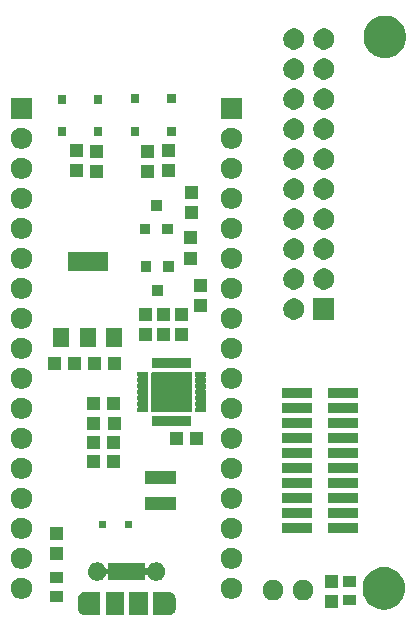
<source format=gbr>
G04 #@! TF.GenerationSoftware,KiCad,Pcbnew,(5.1.5-0-10_14)*
G04 #@! TF.CreationDate,2020-02-28T10:22:06-08:00*
G04 #@! TF.ProjectId,esp-prog,6573702d-7072-46f6-972e-6b696361645f,rev?*
G04 #@! TF.SameCoordinates,Original*
G04 #@! TF.FileFunction,Soldermask,Top*
G04 #@! TF.FilePolarity,Negative*
%FSLAX46Y46*%
G04 Gerber Fmt 4.6, Leading zero omitted, Abs format (unit mm)*
G04 Created by KiCad (PCBNEW (5.1.5-0-10_14)) date 2020-02-28 10:22:06*
%MOMM*%
%LPD*%
G04 APERTURE LIST*
%ADD10C,0.127000*%
G04 APERTURE END LIST*
D10*
G36*
X34925862Y-70885898D02*
G01*
X34938114Y-70886500D01*
X36151000Y-70886500D01*
X36151000Y-72888500D01*
X34938114Y-72888500D01*
X34925862Y-72889102D01*
X34900000Y-72891649D01*
X34874138Y-72889102D01*
X34861886Y-72888500D01*
X34788594Y-72888500D01*
X34771836Y-72879543D01*
X34760299Y-72875415D01*
X34675307Y-72849632D01*
X34649664Y-72841854D01*
X34536575Y-72781406D01*
X34437447Y-72700054D01*
X34356094Y-72600924D01*
X34295646Y-72487835D01*
X34276161Y-72423600D01*
X34258420Y-72365117D01*
X34249000Y-72269472D01*
X34249000Y-71505527D01*
X34258420Y-71409882D01*
X34295645Y-71287168D01*
X34350601Y-71184354D01*
X34356095Y-71174075D01*
X34437447Y-71074946D01*
X34536576Y-70993594D01*
X34649666Y-70933146D01*
X34649669Y-70933145D01*
X34760290Y-70899588D01*
X34782925Y-70890212D01*
X34788481Y-70886500D01*
X34861886Y-70886500D01*
X34874138Y-70885898D01*
X34900000Y-70883351D01*
X34925862Y-70885898D01*
G37*
G36*
X41925862Y-70885898D02*
G01*
X41938114Y-70886500D01*
X42011406Y-70886500D01*
X42028164Y-70895457D01*
X42039707Y-70899587D01*
X42150331Y-70933145D01*
X42150334Y-70933146D01*
X42263424Y-70993594D01*
X42362554Y-71074947D01*
X42443906Y-71174075D01*
X42504354Y-71287164D01*
X42514040Y-71319096D01*
X42541580Y-71409882D01*
X42551000Y-71505527D01*
X42551000Y-72269473D01*
X42541580Y-72365118D01*
X42514040Y-72455904D01*
X42504354Y-72487836D01*
X42443906Y-72600925D01*
X42362554Y-72700054D01*
X42263425Y-72781406D01*
X42150336Y-72841854D01*
X42124693Y-72849632D01*
X42039708Y-72875413D01*
X42017075Y-72884787D01*
X42011518Y-72888500D01*
X41938114Y-72888500D01*
X41925862Y-72889102D01*
X41900000Y-72891649D01*
X41874138Y-72889102D01*
X41861886Y-72888500D01*
X40649000Y-72888500D01*
X40649000Y-70886500D01*
X41861886Y-70886500D01*
X41874138Y-70885898D01*
X41900000Y-70883351D01*
X41925862Y-70885898D01*
G37*
G36*
X40201000Y-72888500D02*
G01*
X38599000Y-72888500D01*
X38599000Y-70886500D01*
X40201000Y-70886500D01*
X40201000Y-72888500D01*
G37*
G36*
X38201000Y-72888500D02*
G01*
X36599000Y-72888500D01*
X36599000Y-70886500D01*
X38201000Y-70886500D01*
X38201000Y-72888500D01*
G37*
G36*
X60500350Y-68846776D02*
G01*
X60696091Y-68885711D01*
X61024325Y-69021670D01*
X61319728Y-69219052D01*
X61570948Y-69470272D01*
X61768330Y-69765675D01*
X61904289Y-70093909D01*
X61923601Y-70191000D01*
X61973600Y-70442360D01*
X61973600Y-70797640D01*
X61958647Y-70872812D01*
X61904289Y-71146091D01*
X61768330Y-71474325D01*
X61570948Y-71769728D01*
X61319728Y-72020948D01*
X61024325Y-72218330D01*
X60696091Y-72354289D01*
X60521865Y-72388945D01*
X60347640Y-72423600D01*
X59992360Y-72423600D01*
X59818135Y-72388945D01*
X59643909Y-72354289D01*
X59315675Y-72218330D01*
X59020272Y-72020948D01*
X58769052Y-71769728D01*
X58571670Y-71474325D01*
X58435711Y-71146091D01*
X58381353Y-70872812D01*
X58366400Y-70797640D01*
X58366400Y-70442360D01*
X58416399Y-70191000D01*
X58435711Y-70093909D01*
X58571670Y-69765675D01*
X58769052Y-69470272D01*
X59020272Y-69219052D01*
X59315675Y-69021670D01*
X59643909Y-68885711D01*
X59839650Y-68846776D01*
X59992360Y-68816400D01*
X60347640Y-68816400D01*
X60500350Y-68846776D01*
G37*
G36*
X56261000Y-72261000D02*
G01*
X55159000Y-72261000D01*
X55159000Y-71159000D01*
X56261000Y-71159000D01*
X56261000Y-72261000D01*
G37*
G36*
X57791000Y-72061000D02*
G01*
X56689000Y-72061000D01*
X56689000Y-71139000D01*
X57791000Y-71139000D01*
X57791000Y-72061000D01*
G37*
G36*
X33011000Y-71791000D02*
G01*
X31909000Y-71791000D01*
X31909000Y-70869000D01*
X33011000Y-70869000D01*
X33011000Y-71791000D01*
G37*
G36*
X50950997Y-69890342D02*
G01*
X51035666Y-69907183D01*
X51050916Y-69913500D01*
X51195177Y-69973255D01*
X51338736Y-70069178D01*
X51460822Y-70191264D01*
X51556745Y-70334823D01*
X51561867Y-70347189D01*
X51622817Y-70494334D01*
X51639658Y-70579003D01*
X51656500Y-70663671D01*
X51656500Y-70836329D01*
X51622817Y-71005665D01*
X51556745Y-71165177D01*
X51460822Y-71308736D01*
X51338736Y-71430822D01*
X51195177Y-71526745D01*
X51101738Y-71565449D01*
X51035666Y-71592817D01*
X50950997Y-71609658D01*
X50866329Y-71626500D01*
X50693671Y-71626500D01*
X50609003Y-71609658D01*
X50524334Y-71592817D01*
X50458262Y-71565449D01*
X50364823Y-71526745D01*
X50221264Y-71430822D01*
X50099178Y-71308736D01*
X50003255Y-71165177D01*
X49937183Y-71005665D01*
X49903500Y-70836329D01*
X49903500Y-70663671D01*
X49920342Y-70579003D01*
X49937183Y-70494334D01*
X49998133Y-70347189D01*
X50003255Y-70334823D01*
X50099178Y-70191264D01*
X50221264Y-70069178D01*
X50364823Y-69973255D01*
X50509084Y-69913500D01*
X50524334Y-69907183D01*
X50609003Y-69890342D01*
X50693671Y-69873500D01*
X50866329Y-69873500D01*
X50950997Y-69890342D01*
G37*
G36*
X53490997Y-69890342D02*
G01*
X53575666Y-69907183D01*
X53590916Y-69913500D01*
X53735177Y-69973255D01*
X53878736Y-70069178D01*
X54000822Y-70191264D01*
X54096745Y-70334823D01*
X54101867Y-70347189D01*
X54162817Y-70494334D01*
X54179658Y-70579003D01*
X54196500Y-70663671D01*
X54196500Y-70836329D01*
X54162817Y-71005665D01*
X54096745Y-71165177D01*
X54000822Y-71308736D01*
X53878736Y-71430822D01*
X53735177Y-71526745D01*
X53641738Y-71565449D01*
X53575666Y-71592817D01*
X53490997Y-71609658D01*
X53406329Y-71626500D01*
X53233671Y-71626500D01*
X53149003Y-71609658D01*
X53064334Y-71592817D01*
X52998262Y-71565449D01*
X52904823Y-71526745D01*
X52761264Y-71430822D01*
X52639178Y-71308736D01*
X52543255Y-71165177D01*
X52477183Y-71005665D01*
X52443500Y-70836329D01*
X52443500Y-70663671D01*
X52460342Y-70579003D01*
X52477183Y-70494334D01*
X52538133Y-70347189D01*
X52543255Y-70334823D01*
X52639178Y-70191264D01*
X52761264Y-70069178D01*
X52904823Y-69973255D01*
X53049084Y-69913500D01*
X53064334Y-69907183D01*
X53149003Y-69890342D01*
X53233671Y-69873500D01*
X53406329Y-69873500D01*
X53490997Y-69890342D01*
G37*
G36*
X29583512Y-69713927D02*
G01*
X29732812Y-69743624D01*
X29896784Y-69811544D01*
X30044354Y-69910147D01*
X30169853Y-70035646D01*
X30268456Y-70183216D01*
X30336376Y-70347188D01*
X30371000Y-70521259D01*
X30371000Y-70698741D01*
X30336376Y-70872812D01*
X30268456Y-71036784D01*
X30169853Y-71184354D01*
X30044354Y-71309853D01*
X29896784Y-71408456D01*
X29732812Y-71476376D01*
X29586261Y-71505526D01*
X29558742Y-71511000D01*
X29381258Y-71511000D01*
X29353739Y-71505526D01*
X29207188Y-71476376D01*
X29043216Y-71408456D01*
X28895646Y-71309853D01*
X28770147Y-71184354D01*
X28671544Y-71036784D01*
X28603624Y-70872812D01*
X28569000Y-70698741D01*
X28569000Y-70521259D01*
X28603624Y-70347188D01*
X28671544Y-70183216D01*
X28770147Y-70035646D01*
X28895646Y-69910147D01*
X29043216Y-69811544D01*
X29207188Y-69743624D01*
X29356488Y-69713927D01*
X29381258Y-69709000D01*
X29558742Y-69709000D01*
X29583512Y-69713927D01*
G37*
G36*
X47363512Y-69713927D02*
G01*
X47512812Y-69743624D01*
X47676784Y-69811544D01*
X47824354Y-69910147D01*
X47949853Y-70035646D01*
X48048456Y-70183216D01*
X48116376Y-70347188D01*
X48151000Y-70521259D01*
X48151000Y-70698741D01*
X48116376Y-70872812D01*
X48048456Y-71036784D01*
X47949853Y-71184354D01*
X47824354Y-71309853D01*
X47676784Y-71408456D01*
X47512812Y-71476376D01*
X47366261Y-71505526D01*
X47338742Y-71511000D01*
X47161258Y-71511000D01*
X47133739Y-71505526D01*
X46987188Y-71476376D01*
X46823216Y-71408456D01*
X46675646Y-71309853D01*
X46550147Y-71184354D01*
X46451544Y-71036784D01*
X46383624Y-70872812D01*
X46349000Y-70698741D01*
X46349000Y-70521259D01*
X46383624Y-70347188D01*
X46451544Y-70183216D01*
X46550147Y-70035646D01*
X46675646Y-69910147D01*
X46823216Y-69811544D01*
X46987188Y-69743624D01*
X47136488Y-69713927D01*
X47161258Y-69709000D01*
X47338742Y-69709000D01*
X47363512Y-69713927D01*
G37*
G36*
X56261000Y-70561000D02*
G01*
X55159000Y-70561000D01*
X55159000Y-69459000D01*
X56261000Y-69459000D01*
X56261000Y-70561000D01*
G37*
G36*
X57791000Y-70461000D02*
G01*
X56689000Y-70461000D01*
X56689000Y-69539000D01*
X57791000Y-69539000D01*
X57791000Y-70461000D01*
G37*
G36*
X33011000Y-70191000D02*
G01*
X31909000Y-70191000D01*
X31909000Y-69269000D01*
X33011000Y-69269000D01*
X33011000Y-70191000D01*
G37*
G36*
X36126348Y-68441320D02*
G01*
X36126350Y-68441321D01*
X36126351Y-68441321D01*
X36267574Y-68499817D01*
X36267577Y-68499819D01*
X36394669Y-68584739D01*
X36502761Y-68692831D01*
X36554224Y-68769852D01*
X36587683Y-68819926D01*
X36608517Y-68870225D01*
X36620068Y-68891836D01*
X36635614Y-68910778D01*
X36654556Y-68926323D01*
X36676166Y-68937874D01*
X36699615Y-68944987D01*
X36724001Y-68947389D01*
X36748387Y-68944987D01*
X36771836Y-68937874D01*
X36793447Y-68926323D01*
X36812389Y-68910777D01*
X36827934Y-68891835D01*
X36839485Y-68870225D01*
X36846598Y-68846776D01*
X36849000Y-68822390D01*
X36849000Y-68461500D01*
X39951000Y-68461500D01*
X39951000Y-68822390D01*
X39953402Y-68846776D01*
X39960515Y-68870225D01*
X39972066Y-68891836D01*
X39987611Y-68910778D01*
X40006553Y-68926323D01*
X40028164Y-68937874D01*
X40051613Y-68944987D01*
X40075999Y-68947389D01*
X40100385Y-68944987D01*
X40123834Y-68937874D01*
X40145445Y-68926323D01*
X40164387Y-68910778D01*
X40179932Y-68891836D01*
X40191483Y-68870225D01*
X40212317Y-68819926D01*
X40245776Y-68769852D01*
X40297239Y-68692831D01*
X40405331Y-68584739D01*
X40532423Y-68499819D01*
X40532426Y-68499817D01*
X40673649Y-68441321D01*
X40673650Y-68441321D01*
X40673652Y-68441320D01*
X40823569Y-68411500D01*
X40976431Y-68411500D01*
X41126348Y-68441320D01*
X41126350Y-68441321D01*
X41126351Y-68441321D01*
X41267574Y-68499817D01*
X41267577Y-68499819D01*
X41394669Y-68584739D01*
X41502761Y-68692831D01*
X41554225Y-68769853D01*
X41587683Y-68819926D01*
X41640479Y-68947389D01*
X41646180Y-68961152D01*
X41676000Y-69111069D01*
X41676000Y-69263931D01*
X41674992Y-69269000D01*
X41646179Y-69413851D01*
X41587683Y-69555074D01*
X41587682Y-69555075D01*
X41587681Y-69555077D01*
X41502761Y-69682169D01*
X41394669Y-69790261D01*
X41270093Y-69873500D01*
X41267574Y-69875183D01*
X41126351Y-69933679D01*
X41126350Y-69933679D01*
X41126348Y-69933680D01*
X40976431Y-69963500D01*
X40823569Y-69963500D01*
X40673652Y-69933680D01*
X40673650Y-69933679D01*
X40673649Y-69933679D01*
X40532426Y-69875183D01*
X40529907Y-69873500D01*
X40405331Y-69790261D01*
X40297239Y-69682169D01*
X40212318Y-69555075D01*
X40212317Y-69555074D01*
X40191481Y-69504772D01*
X40179932Y-69483164D01*
X40164386Y-69464222D01*
X40145444Y-69448677D01*
X40123834Y-69437126D01*
X40100385Y-69430013D01*
X40075999Y-69427611D01*
X40051613Y-69430013D01*
X40028164Y-69437126D01*
X40006553Y-69448677D01*
X39987611Y-69464223D01*
X39972066Y-69483165D01*
X39960515Y-69504775D01*
X39953402Y-69528224D01*
X39951000Y-69552610D01*
X39951000Y-69913500D01*
X36849000Y-69913500D01*
X36849000Y-69552610D01*
X36846598Y-69528224D01*
X36839485Y-69504775D01*
X36827934Y-69483164D01*
X36812389Y-69464222D01*
X36793447Y-69448677D01*
X36771836Y-69437126D01*
X36748387Y-69430013D01*
X36724001Y-69427611D01*
X36699615Y-69430013D01*
X36676166Y-69437126D01*
X36654555Y-69448677D01*
X36635613Y-69464222D01*
X36620068Y-69483164D01*
X36608519Y-69504772D01*
X36587683Y-69555074D01*
X36587682Y-69555075D01*
X36502761Y-69682169D01*
X36394669Y-69790261D01*
X36270093Y-69873500D01*
X36267574Y-69875183D01*
X36126351Y-69933679D01*
X36126350Y-69933679D01*
X36126348Y-69933680D01*
X35976431Y-69963500D01*
X35823569Y-69963500D01*
X35673652Y-69933680D01*
X35673650Y-69933679D01*
X35673649Y-69933679D01*
X35532426Y-69875183D01*
X35529907Y-69873500D01*
X35405331Y-69790261D01*
X35297239Y-69682169D01*
X35212319Y-69555077D01*
X35212318Y-69555075D01*
X35212317Y-69555074D01*
X35153821Y-69413851D01*
X35125009Y-69269000D01*
X35124000Y-69263931D01*
X35124000Y-69111069D01*
X35153820Y-68961152D01*
X35159521Y-68947389D01*
X35212317Y-68819926D01*
X35245775Y-68769853D01*
X35297239Y-68692831D01*
X35405331Y-68584739D01*
X35532423Y-68499819D01*
X35532426Y-68499817D01*
X35673649Y-68441321D01*
X35673650Y-68441321D01*
X35673652Y-68441320D01*
X35823569Y-68411500D01*
X35976431Y-68411500D01*
X36126348Y-68441320D01*
G37*
G36*
X47363512Y-67173927D02*
G01*
X47512812Y-67203624D01*
X47676784Y-67271544D01*
X47824354Y-67370147D01*
X47949853Y-67495646D01*
X48048456Y-67643216D01*
X48116376Y-67807188D01*
X48151000Y-67981259D01*
X48151000Y-68158741D01*
X48116376Y-68332812D01*
X48048456Y-68496784D01*
X47949853Y-68644354D01*
X47824354Y-68769853D01*
X47676784Y-68868456D01*
X47512812Y-68936376D01*
X47363512Y-68966073D01*
X47338742Y-68971000D01*
X47161258Y-68971000D01*
X47136488Y-68966073D01*
X46987188Y-68936376D01*
X46823216Y-68868456D01*
X46675646Y-68769853D01*
X46550147Y-68644354D01*
X46451544Y-68496784D01*
X46383624Y-68332812D01*
X46349000Y-68158741D01*
X46349000Y-67981259D01*
X46383624Y-67807188D01*
X46451544Y-67643216D01*
X46550147Y-67495646D01*
X46675646Y-67370147D01*
X46823216Y-67271544D01*
X46987188Y-67203624D01*
X47136488Y-67173927D01*
X47161258Y-67169000D01*
X47338742Y-67169000D01*
X47363512Y-67173927D01*
G37*
G36*
X29583512Y-67173927D02*
G01*
X29732812Y-67203624D01*
X29896784Y-67271544D01*
X30044354Y-67370147D01*
X30169853Y-67495646D01*
X30268456Y-67643216D01*
X30336376Y-67807188D01*
X30371000Y-67981259D01*
X30371000Y-68158741D01*
X30336376Y-68332812D01*
X30268456Y-68496784D01*
X30169853Y-68644354D01*
X30044354Y-68769853D01*
X29896784Y-68868456D01*
X29732812Y-68936376D01*
X29583512Y-68966073D01*
X29558742Y-68971000D01*
X29381258Y-68971000D01*
X29356488Y-68966073D01*
X29207188Y-68936376D01*
X29043216Y-68868456D01*
X28895646Y-68769853D01*
X28770147Y-68644354D01*
X28671544Y-68496784D01*
X28603624Y-68332812D01*
X28569000Y-68158741D01*
X28569000Y-67981259D01*
X28603624Y-67807188D01*
X28671544Y-67643216D01*
X28770147Y-67495646D01*
X28895646Y-67370147D01*
X29043216Y-67271544D01*
X29207188Y-67203624D01*
X29356488Y-67173927D01*
X29381258Y-67169000D01*
X29558742Y-67169000D01*
X29583512Y-67173927D01*
G37*
G36*
X33031000Y-68211000D02*
G01*
X31929000Y-68211000D01*
X31929000Y-67109000D01*
X33031000Y-67109000D01*
X33031000Y-68211000D01*
G37*
G36*
X33031000Y-66511000D02*
G01*
X31929000Y-66511000D01*
X31929000Y-65409000D01*
X33031000Y-65409000D01*
X33031000Y-66511000D01*
G37*
G36*
X29583512Y-64633927D02*
G01*
X29732812Y-64663624D01*
X29896784Y-64731544D01*
X30044354Y-64830147D01*
X30169853Y-64955646D01*
X30268456Y-65103216D01*
X30336376Y-65267188D01*
X30371000Y-65441259D01*
X30371000Y-65618741D01*
X30336376Y-65792812D01*
X30268456Y-65956784D01*
X30169853Y-66104354D01*
X30044354Y-66229853D01*
X29896784Y-66328456D01*
X29732812Y-66396376D01*
X29583512Y-66426073D01*
X29558742Y-66431000D01*
X29381258Y-66431000D01*
X29356488Y-66426073D01*
X29207188Y-66396376D01*
X29043216Y-66328456D01*
X28895646Y-66229853D01*
X28770147Y-66104354D01*
X28671544Y-65956784D01*
X28603624Y-65792812D01*
X28569000Y-65618741D01*
X28569000Y-65441259D01*
X28603624Y-65267188D01*
X28671544Y-65103216D01*
X28770147Y-64955646D01*
X28895646Y-64830147D01*
X29043216Y-64731544D01*
X29207188Y-64663624D01*
X29356488Y-64633927D01*
X29381258Y-64629000D01*
X29558742Y-64629000D01*
X29583512Y-64633927D01*
G37*
G36*
X47363512Y-64633927D02*
G01*
X47512812Y-64663624D01*
X47676784Y-64731544D01*
X47824354Y-64830147D01*
X47949853Y-64955646D01*
X48048456Y-65103216D01*
X48116376Y-65267188D01*
X48151000Y-65441259D01*
X48151000Y-65618741D01*
X48116376Y-65792812D01*
X48048456Y-65956784D01*
X47949853Y-66104354D01*
X47824354Y-66229853D01*
X47676784Y-66328456D01*
X47512812Y-66396376D01*
X47363512Y-66426073D01*
X47338742Y-66431000D01*
X47161258Y-66431000D01*
X47136488Y-66426073D01*
X46987188Y-66396376D01*
X46823216Y-66328456D01*
X46675646Y-66229853D01*
X46550147Y-66104354D01*
X46451544Y-65956784D01*
X46383624Y-65792812D01*
X46349000Y-65618741D01*
X46349000Y-65441259D01*
X46383624Y-65267188D01*
X46451544Y-65103216D01*
X46550147Y-64955646D01*
X46675646Y-64830147D01*
X46823216Y-64731544D01*
X46987188Y-64663624D01*
X47136488Y-64633927D01*
X47161258Y-64629000D01*
X47338742Y-64629000D01*
X47363512Y-64633927D01*
G37*
G36*
X54051000Y-65936000D02*
G01*
X51549000Y-65936000D01*
X51549000Y-65094000D01*
X54051000Y-65094000D01*
X54051000Y-65936000D01*
G37*
G36*
X57951000Y-65936000D02*
G01*
X55449000Y-65936000D01*
X55449000Y-65094000D01*
X57951000Y-65094000D01*
X57951000Y-65936000D01*
G37*
G36*
X36651000Y-65501000D02*
G01*
X36049000Y-65501000D01*
X36049000Y-64899000D01*
X36651000Y-64899000D01*
X36651000Y-65501000D01*
G37*
G36*
X38851000Y-65501000D02*
G01*
X38249000Y-65501000D01*
X38249000Y-64899000D01*
X38851000Y-64899000D01*
X38851000Y-65501000D01*
G37*
G36*
X54051000Y-64666000D02*
G01*
X51549000Y-64666000D01*
X51549000Y-63824000D01*
X54051000Y-63824000D01*
X54051000Y-64666000D01*
G37*
G36*
X57951000Y-64666000D02*
G01*
X55449000Y-64666000D01*
X55449000Y-63824000D01*
X57951000Y-63824000D01*
X57951000Y-64666000D01*
G37*
G36*
X42586000Y-64011000D02*
G01*
X39934000Y-64011000D01*
X39934000Y-62849000D01*
X42586000Y-62849000D01*
X42586000Y-64011000D01*
G37*
G36*
X29583512Y-62093927D02*
G01*
X29732812Y-62123624D01*
X29896784Y-62191544D01*
X30044354Y-62290147D01*
X30169853Y-62415646D01*
X30268456Y-62563216D01*
X30336376Y-62727188D01*
X30371000Y-62901259D01*
X30371000Y-63078741D01*
X30336376Y-63252812D01*
X30268456Y-63416784D01*
X30169853Y-63564354D01*
X30044354Y-63689853D01*
X29896784Y-63788456D01*
X29732812Y-63856376D01*
X29583512Y-63886073D01*
X29558742Y-63891000D01*
X29381258Y-63891000D01*
X29356488Y-63886073D01*
X29207188Y-63856376D01*
X29043216Y-63788456D01*
X28895646Y-63689853D01*
X28770147Y-63564354D01*
X28671544Y-63416784D01*
X28603624Y-63252812D01*
X28569000Y-63078741D01*
X28569000Y-62901259D01*
X28603624Y-62727188D01*
X28671544Y-62563216D01*
X28770147Y-62415646D01*
X28895646Y-62290147D01*
X29043216Y-62191544D01*
X29207188Y-62123624D01*
X29356488Y-62093927D01*
X29381258Y-62089000D01*
X29558742Y-62089000D01*
X29583512Y-62093927D01*
G37*
G36*
X47363512Y-62093927D02*
G01*
X47512812Y-62123624D01*
X47676784Y-62191544D01*
X47824354Y-62290147D01*
X47949853Y-62415646D01*
X48048456Y-62563216D01*
X48116376Y-62727188D01*
X48151000Y-62901259D01*
X48151000Y-63078741D01*
X48116376Y-63252812D01*
X48048456Y-63416784D01*
X47949853Y-63564354D01*
X47824354Y-63689853D01*
X47676784Y-63788456D01*
X47512812Y-63856376D01*
X47363512Y-63886073D01*
X47338742Y-63891000D01*
X47161258Y-63891000D01*
X47136488Y-63886073D01*
X46987188Y-63856376D01*
X46823216Y-63788456D01*
X46675646Y-63689853D01*
X46550147Y-63564354D01*
X46451544Y-63416784D01*
X46383624Y-63252812D01*
X46349000Y-63078741D01*
X46349000Y-62901259D01*
X46383624Y-62727188D01*
X46451544Y-62563216D01*
X46550147Y-62415646D01*
X46675646Y-62290147D01*
X46823216Y-62191544D01*
X46987188Y-62123624D01*
X47136488Y-62093927D01*
X47161258Y-62089000D01*
X47338742Y-62089000D01*
X47363512Y-62093927D01*
G37*
G36*
X54051000Y-63396000D02*
G01*
X51549000Y-63396000D01*
X51549000Y-62554000D01*
X54051000Y-62554000D01*
X54051000Y-63396000D01*
G37*
G36*
X57951000Y-63396000D02*
G01*
X55449000Y-63396000D01*
X55449000Y-62554000D01*
X57951000Y-62554000D01*
X57951000Y-63396000D01*
G37*
G36*
X54051000Y-62126000D02*
G01*
X51549000Y-62126000D01*
X51549000Y-61284000D01*
X54051000Y-61284000D01*
X54051000Y-62126000D01*
G37*
G36*
X57951000Y-62126000D02*
G01*
X55449000Y-62126000D01*
X55449000Y-61284000D01*
X57951000Y-61284000D01*
X57951000Y-62126000D01*
G37*
G36*
X42586000Y-61811000D02*
G01*
X39934000Y-61811000D01*
X39934000Y-60649000D01*
X42586000Y-60649000D01*
X42586000Y-61811000D01*
G37*
G36*
X29583512Y-59553927D02*
G01*
X29732812Y-59583624D01*
X29896784Y-59651544D01*
X30044354Y-59750147D01*
X30169853Y-59875646D01*
X30268456Y-60023216D01*
X30336376Y-60187188D01*
X30371000Y-60361259D01*
X30371000Y-60538741D01*
X30336376Y-60712812D01*
X30268456Y-60876784D01*
X30169853Y-61024354D01*
X30044354Y-61149853D01*
X29896784Y-61248456D01*
X29732812Y-61316376D01*
X29583512Y-61346073D01*
X29558742Y-61351000D01*
X29381258Y-61351000D01*
X29356488Y-61346073D01*
X29207188Y-61316376D01*
X29043216Y-61248456D01*
X28895646Y-61149853D01*
X28770147Y-61024354D01*
X28671544Y-60876784D01*
X28603624Y-60712812D01*
X28569000Y-60538741D01*
X28569000Y-60361259D01*
X28603624Y-60187188D01*
X28671544Y-60023216D01*
X28770147Y-59875646D01*
X28895646Y-59750147D01*
X29043216Y-59651544D01*
X29207188Y-59583624D01*
X29356488Y-59553927D01*
X29381258Y-59549000D01*
X29558742Y-59549000D01*
X29583512Y-59553927D01*
G37*
G36*
X47363512Y-59553927D02*
G01*
X47512812Y-59583624D01*
X47676784Y-59651544D01*
X47824354Y-59750147D01*
X47949853Y-59875646D01*
X48048456Y-60023216D01*
X48116376Y-60187188D01*
X48151000Y-60361259D01*
X48151000Y-60538741D01*
X48116376Y-60712812D01*
X48048456Y-60876784D01*
X47949853Y-61024354D01*
X47824354Y-61149853D01*
X47676784Y-61248456D01*
X47512812Y-61316376D01*
X47363512Y-61346073D01*
X47338742Y-61351000D01*
X47161258Y-61351000D01*
X47136488Y-61346073D01*
X46987188Y-61316376D01*
X46823216Y-61248456D01*
X46675646Y-61149853D01*
X46550147Y-61024354D01*
X46451544Y-60876784D01*
X46383624Y-60712812D01*
X46349000Y-60538741D01*
X46349000Y-60361259D01*
X46383624Y-60187188D01*
X46451544Y-60023216D01*
X46550147Y-59875646D01*
X46675646Y-59750147D01*
X46823216Y-59651544D01*
X46987188Y-59583624D01*
X47136488Y-59553927D01*
X47161258Y-59549000D01*
X47338742Y-59549000D01*
X47363512Y-59553927D01*
G37*
G36*
X57951000Y-60856000D02*
G01*
X55449000Y-60856000D01*
X55449000Y-60014000D01*
X57951000Y-60014000D01*
X57951000Y-60856000D01*
G37*
G36*
X54051000Y-60856000D02*
G01*
X51549000Y-60856000D01*
X51549000Y-60014000D01*
X54051000Y-60014000D01*
X54051000Y-60856000D01*
G37*
G36*
X37851000Y-60401000D02*
G01*
X36749000Y-60401000D01*
X36749000Y-59299000D01*
X37851000Y-59299000D01*
X37851000Y-60401000D01*
G37*
G36*
X36151000Y-60401000D02*
G01*
X35049000Y-60401000D01*
X35049000Y-59299000D01*
X36151000Y-59299000D01*
X36151000Y-60401000D01*
G37*
G36*
X57951000Y-59586000D02*
G01*
X55449000Y-59586000D01*
X55449000Y-58744000D01*
X57951000Y-58744000D01*
X57951000Y-59586000D01*
G37*
G36*
X54051000Y-59586000D02*
G01*
X51549000Y-59586000D01*
X51549000Y-58744000D01*
X54051000Y-58744000D01*
X54051000Y-59586000D01*
G37*
G36*
X29583512Y-57013927D02*
G01*
X29732812Y-57043624D01*
X29896784Y-57111544D01*
X30044354Y-57210147D01*
X30169853Y-57335646D01*
X30268456Y-57483216D01*
X30336376Y-57647188D01*
X30371000Y-57821259D01*
X30371000Y-57998741D01*
X30336376Y-58172812D01*
X30268456Y-58336784D01*
X30169853Y-58484354D01*
X30044354Y-58609853D01*
X29896784Y-58708456D01*
X29732812Y-58776376D01*
X29583512Y-58806073D01*
X29558742Y-58811000D01*
X29381258Y-58811000D01*
X29356488Y-58806073D01*
X29207188Y-58776376D01*
X29043216Y-58708456D01*
X28895646Y-58609853D01*
X28770147Y-58484354D01*
X28671544Y-58336784D01*
X28603624Y-58172812D01*
X28569000Y-57998741D01*
X28569000Y-57821259D01*
X28603624Y-57647188D01*
X28671544Y-57483216D01*
X28770147Y-57335646D01*
X28895646Y-57210147D01*
X29043216Y-57111544D01*
X29207188Y-57043624D01*
X29356488Y-57013927D01*
X29381258Y-57009000D01*
X29558742Y-57009000D01*
X29583512Y-57013927D01*
G37*
G36*
X37831000Y-58811000D02*
G01*
X36729000Y-58811000D01*
X36729000Y-57709000D01*
X37831000Y-57709000D01*
X37831000Y-58811000D01*
G37*
G36*
X36131000Y-58811000D02*
G01*
X35029000Y-58811000D01*
X35029000Y-57709000D01*
X36131000Y-57709000D01*
X36131000Y-58811000D01*
G37*
G36*
X47363512Y-57013927D02*
G01*
X47512812Y-57043624D01*
X47676784Y-57111544D01*
X47824354Y-57210147D01*
X47949853Y-57335646D01*
X48048456Y-57483216D01*
X48116376Y-57647188D01*
X48151000Y-57821259D01*
X48151000Y-57998741D01*
X48116376Y-58172812D01*
X48048456Y-58336784D01*
X47949853Y-58484354D01*
X47824354Y-58609853D01*
X47676784Y-58708456D01*
X47512812Y-58776376D01*
X47363512Y-58806073D01*
X47338742Y-58811000D01*
X47161258Y-58811000D01*
X47136488Y-58806073D01*
X46987188Y-58776376D01*
X46823216Y-58708456D01*
X46675646Y-58609853D01*
X46550147Y-58484354D01*
X46451544Y-58336784D01*
X46383624Y-58172812D01*
X46349000Y-57998741D01*
X46349000Y-57821259D01*
X46383624Y-57647188D01*
X46451544Y-57483216D01*
X46550147Y-57335646D01*
X46675646Y-57210147D01*
X46823216Y-57111544D01*
X46987188Y-57043624D01*
X47136488Y-57013927D01*
X47161258Y-57009000D01*
X47338742Y-57009000D01*
X47363512Y-57013927D01*
G37*
G36*
X44871000Y-58521000D02*
G01*
X43769000Y-58521000D01*
X43769000Y-57419000D01*
X44871000Y-57419000D01*
X44871000Y-58521000D01*
G37*
G36*
X43171000Y-58521000D02*
G01*
X42069000Y-58521000D01*
X42069000Y-57419000D01*
X43171000Y-57419000D01*
X43171000Y-58521000D01*
G37*
G36*
X57951000Y-58316000D02*
G01*
X55449000Y-58316000D01*
X55449000Y-57474000D01*
X57951000Y-57474000D01*
X57951000Y-58316000D01*
G37*
G36*
X54051000Y-58316000D02*
G01*
X51549000Y-58316000D01*
X51549000Y-57474000D01*
X54051000Y-57474000D01*
X54051000Y-58316000D01*
G37*
G36*
X36171000Y-57221000D02*
G01*
X35069000Y-57221000D01*
X35069000Y-56119000D01*
X36171000Y-56119000D01*
X36171000Y-57221000D01*
G37*
G36*
X37871000Y-57221000D02*
G01*
X36769000Y-57221000D01*
X36769000Y-56119000D01*
X37871000Y-56119000D01*
X37871000Y-57221000D01*
G37*
G36*
X57951000Y-57046000D02*
G01*
X55449000Y-57046000D01*
X55449000Y-56204000D01*
X57951000Y-56204000D01*
X57951000Y-57046000D01*
G37*
G36*
X54051000Y-57046000D02*
G01*
X51549000Y-57046000D01*
X51549000Y-56204000D01*
X54051000Y-56204000D01*
X54051000Y-57046000D01*
G37*
G36*
X40855355Y-56000083D02*
G01*
X40860029Y-56001501D01*
X40864330Y-56003800D01*
X40870702Y-56009029D01*
X40891076Y-56022643D01*
X40913715Y-56032020D01*
X40937749Y-56036800D01*
X40962253Y-56036800D01*
X40986286Y-56032019D01*
X41008925Y-56022642D01*
X41029298Y-56009029D01*
X41035670Y-56003800D01*
X41039971Y-56001501D01*
X41044645Y-56000083D01*
X41055641Y-55999000D01*
X41344359Y-55999000D01*
X41355355Y-56000083D01*
X41360029Y-56001501D01*
X41364330Y-56003800D01*
X41370702Y-56009029D01*
X41391076Y-56022643D01*
X41413715Y-56032020D01*
X41437749Y-56036800D01*
X41462253Y-56036800D01*
X41486286Y-56032019D01*
X41508925Y-56022642D01*
X41529298Y-56009029D01*
X41535670Y-56003800D01*
X41539971Y-56001501D01*
X41544645Y-56000083D01*
X41555641Y-55999000D01*
X41844359Y-55999000D01*
X41855355Y-56000083D01*
X41860029Y-56001501D01*
X41864330Y-56003800D01*
X41870702Y-56009029D01*
X41891076Y-56022643D01*
X41913715Y-56032020D01*
X41937749Y-56036800D01*
X41962253Y-56036800D01*
X41986286Y-56032019D01*
X42008925Y-56022642D01*
X42029298Y-56009029D01*
X42035670Y-56003800D01*
X42039971Y-56001501D01*
X42044645Y-56000083D01*
X42055641Y-55999000D01*
X42344359Y-55999000D01*
X42355355Y-56000083D01*
X42360029Y-56001501D01*
X42364330Y-56003800D01*
X42370702Y-56009029D01*
X42391076Y-56022643D01*
X42413715Y-56032020D01*
X42437749Y-56036800D01*
X42462253Y-56036800D01*
X42486286Y-56032019D01*
X42508925Y-56022642D01*
X42529298Y-56009029D01*
X42535670Y-56003800D01*
X42539971Y-56001501D01*
X42544645Y-56000083D01*
X42555641Y-55999000D01*
X42844359Y-55999000D01*
X42855355Y-56000083D01*
X42860029Y-56001501D01*
X42864330Y-56003800D01*
X42870702Y-56009029D01*
X42891076Y-56022643D01*
X42913715Y-56032020D01*
X42937749Y-56036800D01*
X42962253Y-56036800D01*
X42986286Y-56032019D01*
X43008925Y-56022642D01*
X43029298Y-56009029D01*
X43035670Y-56003800D01*
X43039971Y-56001501D01*
X43044645Y-56000083D01*
X43055641Y-55999000D01*
X43344359Y-55999000D01*
X43355355Y-56000083D01*
X43360029Y-56001501D01*
X43364330Y-56003800D01*
X43370702Y-56009029D01*
X43391076Y-56022643D01*
X43413715Y-56032020D01*
X43437749Y-56036800D01*
X43462253Y-56036800D01*
X43486286Y-56032019D01*
X43508925Y-56022642D01*
X43529298Y-56009029D01*
X43535670Y-56003800D01*
X43539971Y-56001501D01*
X43544645Y-56000083D01*
X43555641Y-55999000D01*
X43844359Y-55999000D01*
X43855355Y-56000083D01*
X43860029Y-56001501D01*
X43864331Y-56003800D01*
X43868104Y-56006896D01*
X43871200Y-56010669D01*
X43873499Y-56014971D01*
X43874917Y-56019645D01*
X43876000Y-56030641D01*
X43876000Y-56869359D01*
X43874917Y-56880355D01*
X43873499Y-56885029D01*
X43871200Y-56889331D01*
X43868104Y-56893104D01*
X43864331Y-56896200D01*
X43860029Y-56898499D01*
X43855355Y-56899917D01*
X43844359Y-56901000D01*
X43555641Y-56901000D01*
X43544645Y-56899917D01*
X43539971Y-56898499D01*
X43535670Y-56896200D01*
X43529298Y-56890971D01*
X43508924Y-56877357D01*
X43486285Y-56867980D01*
X43462251Y-56863200D01*
X43437747Y-56863200D01*
X43413714Y-56867981D01*
X43391075Y-56877358D01*
X43370702Y-56890971D01*
X43364330Y-56896200D01*
X43360029Y-56898499D01*
X43355355Y-56899917D01*
X43344359Y-56901000D01*
X43055641Y-56901000D01*
X43044645Y-56899917D01*
X43039971Y-56898499D01*
X43035670Y-56896200D01*
X43029298Y-56890971D01*
X43008924Y-56877357D01*
X42986285Y-56867980D01*
X42962251Y-56863200D01*
X42937747Y-56863200D01*
X42913714Y-56867981D01*
X42891075Y-56877358D01*
X42870702Y-56890971D01*
X42864330Y-56896200D01*
X42860029Y-56898499D01*
X42855355Y-56899917D01*
X42844359Y-56901000D01*
X42555641Y-56901000D01*
X42544645Y-56899917D01*
X42539971Y-56898499D01*
X42535670Y-56896200D01*
X42529298Y-56890971D01*
X42508924Y-56877357D01*
X42486285Y-56867980D01*
X42462251Y-56863200D01*
X42437747Y-56863200D01*
X42413714Y-56867981D01*
X42391075Y-56877358D01*
X42370702Y-56890971D01*
X42364330Y-56896200D01*
X42360029Y-56898499D01*
X42355355Y-56899917D01*
X42344359Y-56901000D01*
X42055641Y-56901000D01*
X42044645Y-56899917D01*
X42039971Y-56898499D01*
X42035670Y-56896200D01*
X42029298Y-56890971D01*
X42008924Y-56877357D01*
X41986285Y-56867980D01*
X41962251Y-56863200D01*
X41937747Y-56863200D01*
X41913714Y-56867981D01*
X41891075Y-56877358D01*
X41870702Y-56890971D01*
X41864330Y-56896200D01*
X41860029Y-56898499D01*
X41855355Y-56899917D01*
X41844359Y-56901000D01*
X41555641Y-56901000D01*
X41544645Y-56899917D01*
X41539971Y-56898499D01*
X41535670Y-56896200D01*
X41529298Y-56890971D01*
X41508924Y-56877357D01*
X41486285Y-56867980D01*
X41462251Y-56863200D01*
X41437747Y-56863200D01*
X41413714Y-56867981D01*
X41391075Y-56877358D01*
X41370702Y-56890971D01*
X41364330Y-56896200D01*
X41360029Y-56898499D01*
X41355355Y-56899917D01*
X41344359Y-56901000D01*
X41055641Y-56901000D01*
X41044645Y-56899917D01*
X41039971Y-56898499D01*
X41035670Y-56896200D01*
X41029298Y-56890971D01*
X41008924Y-56877357D01*
X40986285Y-56867980D01*
X40962251Y-56863200D01*
X40937747Y-56863200D01*
X40913714Y-56867981D01*
X40891075Y-56877358D01*
X40870702Y-56890971D01*
X40864330Y-56896200D01*
X40860029Y-56898499D01*
X40855355Y-56899917D01*
X40844359Y-56901000D01*
X40555641Y-56901000D01*
X40544645Y-56899917D01*
X40539971Y-56898499D01*
X40535669Y-56896200D01*
X40531896Y-56893104D01*
X40528800Y-56889331D01*
X40526501Y-56885029D01*
X40525083Y-56880355D01*
X40524000Y-56869359D01*
X40524000Y-56030641D01*
X40525083Y-56019645D01*
X40526501Y-56014971D01*
X40528800Y-56010669D01*
X40531896Y-56006896D01*
X40535669Y-56003800D01*
X40539971Y-56001501D01*
X40544645Y-56000083D01*
X40555641Y-55999000D01*
X40844359Y-55999000D01*
X40855355Y-56000083D01*
G37*
G36*
X29583512Y-54473927D02*
G01*
X29732812Y-54503624D01*
X29896784Y-54571544D01*
X30044354Y-54670147D01*
X30169853Y-54795646D01*
X30268456Y-54943216D01*
X30336376Y-55107188D01*
X30371000Y-55281259D01*
X30371000Y-55458741D01*
X30336376Y-55632812D01*
X30268456Y-55796784D01*
X30169853Y-55944354D01*
X30044354Y-56069853D01*
X29896784Y-56168456D01*
X29732812Y-56236376D01*
X29583512Y-56266073D01*
X29558742Y-56271000D01*
X29381258Y-56271000D01*
X29356488Y-56266073D01*
X29207188Y-56236376D01*
X29043216Y-56168456D01*
X28895646Y-56069853D01*
X28770147Y-55944354D01*
X28671544Y-55796784D01*
X28603624Y-55632812D01*
X28569000Y-55458741D01*
X28569000Y-55281259D01*
X28603624Y-55107188D01*
X28671544Y-54943216D01*
X28770147Y-54795646D01*
X28895646Y-54670147D01*
X29043216Y-54571544D01*
X29207188Y-54503624D01*
X29356488Y-54473927D01*
X29381258Y-54469000D01*
X29558742Y-54469000D01*
X29583512Y-54473927D01*
G37*
G36*
X47363512Y-54473927D02*
G01*
X47512812Y-54503624D01*
X47676784Y-54571544D01*
X47824354Y-54670147D01*
X47949853Y-54795646D01*
X48048456Y-54943216D01*
X48116376Y-55107188D01*
X48151000Y-55281259D01*
X48151000Y-55458741D01*
X48116376Y-55632812D01*
X48048456Y-55796784D01*
X47949853Y-55944354D01*
X47824354Y-56069853D01*
X47676784Y-56168456D01*
X47512812Y-56236376D01*
X47363512Y-56266073D01*
X47338742Y-56271000D01*
X47161258Y-56271000D01*
X47136488Y-56266073D01*
X46987188Y-56236376D01*
X46823216Y-56168456D01*
X46675646Y-56069853D01*
X46550147Y-55944354D01*
X46451544Y-55796784D01*
X46383624Y-55632812D01*
X46349000Y-55458741D01*
X46349000Y-55281259D01*
X46383624Y-55107188D01*
X46451544Y-54943216D01*
X46550147Y-54795646D01*
X46675646Y-54670147D01*
X46823216Y-54571544D01*
X46987188Y-54503624D01*
X47136488Y-54473927D01*
X47161258Y-54469000D01*
X47338742Y-54469000D01*
X47363512Y-54473927D01*
G37*
G36*
X57951000Y-55776000D02*
G01*
X55449000Y-55776000D01*
X55449000Y-54934000D01*
X57951000Y-54934000D01*
X57951000Y-55776000D01*
G37*
G36*
X54051000Y-55776000D02*
G01*
X51549000Y-55776000D01*
X51549000Y-54934000D01*
X54051000Y-54934000D01*
X54051000Y-55776000D01*
G37*
G36*
X43804124Y-52277499D02*
G01*
X43832387Y-52286073D01*
X43858434Y-52299996D01*
X43881267Y-52318733D01*
X43900004Y-52341566D01*
X43913927Y-52367613D01*
X43922501Y-52395876D01*
X43926000Y-52431408D01*
X43926000Y-55568592D01*
X43922501Y-55604124D01*
X43913927Y-55632387D01*
X43900004Y-55658434D01*
X43881267Y-55681267D01*
X43858434Y-55700004D01*
X43832387Y-55713927D01*
X43804124Y-55722501D01*
X43768592Y-55726000D01*
X40631408Y-55726000D01*
X40595876Y-55722501D01*
X40567613Y-55713927D01*
X40541566Y-55700004D01*
X40518733Y-55681267D01*
X40499996Y-55658434D01*
X40486073Y-55632387D01*
X40477499Y-55604124D01*
X40474000Y-55568592D01*
X40474000Y-52431408D01*
X40477499Y-52395876D01*
X40486073Y-52367613D01*
X40499996Y-52341566D01*
X40518733Y-52318733D01*
X40541566Y-52299996D01*
X40567613Y-52286073D01*
X40595876Y-52277499D01*
X40631408Y-52274000D01*
X43768592Y-52274000D01*
X43804124Y-52277499D01*
G37*
G36*
X40180355Y-52325083D02*
G01*
X40185029Y-52326501D01*
X40189331Y-52328800D01*
X40193104Y-52331896D01*
X40196200Y-52335669D01*
X40198499Y-52339971D01*
X40199917Y-52344645D01*
X40201000Y-52355641D01*
X40201000Y-52644359D01*
X40199917Y-52655355D01*
X40198499Y-52660029D01*
X40196200Y-52664330D01*
X40190971Y-52670702D01*
X40177357Y-52691076D01*
X40167980Y-52713715D01*
X40163200Y-52737749D01*
X40163200Y-52762253D01*
X40167981Y-52786286D01*
X40177358Y-52808925D01*
X40190971Y-52829298D01*
X40196200Y-52835670D01*
X40198499Y-52839971D01*
X40199917Y-52844645D01*
X40201000Y-52855641D01*
X40201000Y-53144359D01*
X40199917Y-53155355D01*
X40198499Y-53160029D01*
X40196200Y-53164330D01*
X40190971Y-53170702D01*
X40177357Y-53191076D01*
X40167980Y-53213715D01*
X40163200Y-53237749D01*
X40163200Y-53262253D01*
X40167981Y-53286286D01*
X40177358Y-53308925D01*
X40190971Y-53329298D01*
X40196200Y-53335670D01*
X40198499Y-53339971D01*
X40199917Y-53344645D01*
X40201000Y-53355641D01*
X40201000Y-53644359D01*
X40199917Y-53655355D01*
X40198499Y-53660029D01*
X40196200Y-53664330D01*
X40190971Y-53670702D01*
X40177357Y-53691076D01*
X40167980Y-53713715D01*
X40163200Y-53737749D01*
X40163200Y-53762253D01*
X40167981Y-53786286D01*
X40177358Y-53808925D01*
X40190971Y-53829298D01*
X40196200Y-53835670D01*
X40198499Y-53839971D01*
X40199917Y-53844645D01*
X40201000Y-53855641D01*
X40201000Y-54144359D01*
X40199917Y-54155355D01*
X40198499Y-54160029D01*
X40196200Y-54164330D01*
X40190971Y-54170702D01*
X40177357Y-54191076D01*
X40167980Y-54213715D01*
X40163200Y-54237749D01*
X40163200Y-54262253D01*
X40167981Y-54286286D01*
X40177358Y-54308925D01*
X40190971Y-54329298D01*
X40196200Y-54335670D01*
X40198499Y-54339971D01*
X40199917Y-54344645D01*
X40201000Y-54355641D01*
X40201000Y-54644359D01*
X40199917Y-54655355D01*
X40198499Y-54660029D01*
X40196200Y-54664330D01*
X40190971Y-54670702D01*
X40177357Y-54691076D01*
X40167980Y-54713715D01*
X40163200Y-54737749D01*
X40163200Y-54762253D01*
X40167981Y-54786286D01*
X40177358Y-54808925D01*
X40190971Y-54829298D01*
X40196200Y-54835670D01*
X40198499Y-54839971D01*
X40199917Y-54844645D01*
X40201000Y-54855641D01*
X40201000Y-55144359D01*
X40199917Y-55155355D01*
X40198499Y-55160029D01*
X40196200Y-55164330D01*
X40190971Y-55170702D01*
X40177357Y-55191076D01*
X40167980Y-55213715D01*
X40163200Y-55237749D01*
X40163200Y-55262253D01*
X40167981Y-55286286D01*
X40177358Y-55308925D01*
X40190971Y-55329298D01*
X40196200Y-55335670D01*
X40198499Y-55339971D01*
X40199917Y-55344645D01*
X40201000Y-55355641D01*
X40201000Y-55644359D01*
X40199917Y-55655355D01*
X40198499Y-55660029D01*
X40196200Y-55664331D01*
X40193104Y-55668104D01*
X40189331Y-55671200D01*
X40185029Y-55673499D01*
X40180355Y-55674917D01*
X40169359Y-55676000D01*
X39330641Y-55676000D01*
X39319645Y-55674917D01*
X39314971Y-55673499D01*
X39310669Y-55671200D01*
X39306896Y-55668104D01*
X39303800Y-55664331D01*
X39301501Y-55660029D01*
X39300083Y-55655355D01*
X39299000Y-55644359D01*
X39299000Y-55355641D01*
X39300083Y-55344645D01*
X39301501Y-55339971D01*
X39303800Y-55335670D01*
X39309029Y-55329298D01*
X39322643Y-55308924D01*
X39332020Y-55286285D01*
X39336800Y-55262251D01*
X39336800Y-55237747D01*
X39332019Y-55213714D01*
X39322642Y-55191075D01*
X39309029Y-55170702D01*
X39303800Y-55164330D01*
X39301501Y-55160029D01*
X39300083Y-55155355D01*
X39299000Y-55144359D01*
X39299000Y-54855641D01*
X39300083Y-54844645D01*
X39301501Y-54839971D01*
X39303800Y-54835670D01*
X39309029Y-54829298D01*
X39322643Y-54808924D01*
X39332020Y-54786285D01*
X39336800Y-54762251D01*
X39336800Y-54737747D01*
X39332019Y-54713714D01*
X39322642Y-54691075D01*
X39309029Y-54670702D01*
X39303800Y-54664330D01*
X39301501Y-54660029D01*
X39300083Y-54655355D01*
X39299000Y-54644359D01*
X39299000Y-54355641D01*
X39300083Y-54344645D01*
X39301501Y-54339971D01*
X39303800Y-54335670D01*
X39309029Y-54329298D01*
X39322643Y-54308924D01*
X39332020Y-54286285D01*
X39336800Y-54262251D01*
X39336800Y-54237747D01*
X39332019Y-54213714D01*
X39322642Y-54191075D01*
X39309029Y-54170702D01*
X39303800Y-54164330D01*
X39301501Y-54160029D01*
X39300083Y-54155355D01*
X39299000Y-54144359D01*
X39299000Y-53855641D01*
X39300083Y-53844645D01*
X39301501Y-53839971D01*
X39303800Y-53835670D01*
X39309029Y-53829298D01*
X39322643Y-53808924D01*
X39332020Y-53786285D01*
X39336800Y-53762251D01*
X39336800Y-53737747D01*
X39332019Y-53713714D01*
X39322642Y-53691075D01*
X39309029Y-53670702D01*
X39303800Y-53664330D01*
X39301501Y-53660029D01*
X39300083Y-53655355D01*
X39299000Y-53644359D01*
X39299000Y-53355641D01*
X39300083Y-53344645D01*
X39301501Y-53339971D01*
X39303800Y-53335670D01*
X39309029Y-53329298D01*
X39322643Y-53308924D01*
X39332020Y-53286285D01*
X39336800Y-53262251D01*
X39336800Y-53237747D01*
X39332019Y-53213714D01*
X39322642Y-53191075D01*
X39309029Y-53170702D01*
X39303800Y-53164330D01*
X39301501Y-53160029D01*
X39300083Y-53155355D01*
X39299000Y-53144359D01*
X39299000Y-52855641D01*
X39300083Y-52844645D01*
X39301501Y-52839971D01*
X39303800Y-52835670D01*
X39309029Y-52829298D01*
X39322643Y-52808924D01*
X39332020Y-52786285D01*
X39336800Y-52762251D01*
X39336800Y-52737747D01*
X39332019Y-52713714D01*
X39322642Y-52691075D01*
X39309029Y-52670702D01*
X39303800Y-52664330D01*
X39301501Y-52660029D01*
X39300083Y-52655355D01*
X39299000Y-52644359D01*
X39299000Y-52355641D01*
X39300083Y-52344645D01*
X39301501Y-52339971D01*
X39303800Y-52335669D01*
X39306896Y-52331896D01*
X39310669Y-52328800D01*
X39314971Y-52326501D01*
X39319645Y-52325083D01*
X39330641Y-52324000D01*
X40169359Y-52324000D01*
X40180355Y-52325083D01*
G37*
G36*
X45080355Y-52325083D02*
G01*
X45085029Y-52326501D01*
X45089331Y-52328800D01*
X45093104Y-52331896D01*
X45096200Y-52335669D01*
X45098499Y-52339971D01*
X45099917Y-52344645D01*
X45101000Y-52355641D01*
X45101000Y-52644359D01*
X45099917Y-52655355D01*
X45098499Y-52660029D01*
X45096200Y-52664330D01*
X45090971Y-52670702D01*
X45077357Y-52691076D01*
X45067980Y-52713715D01*
X45063200Y-52737749D01*
X45063200Y-52762253D01*
X45067981Y-52786286D01*
X45077358Y-52808925D01*
X45090971Y-52829298D01*
X45096200Y-52835670D01*
X45098499Y-52839971D01*
X45099917Y-52844645D01*
X45101000Y-52855641D01*
X45101000Y-53144359D01*
X45099917Y-53155355D01*
X45098499Y-53160029D01*
X45096200Y-53164330D01*
X45090971Y-53170702D01*
X45077357Y-53191076D01*
X45067980Y-53213715D01*
X45063200Y-53237749D01*
X45063200Y-53262253D01*
X45067981Y-53286286D01*
X45077358Y-53308925D01*
X45090971Y-53329298D01*
X45096200Y-53335670D01*
X45098499Y-53339971D01*
X45099917Y-53344645D01*
X45101000Y-53355641D01*
X45101000Y-53644359D01*
X45099917Y-53655355D01*
X45098499Y-53660029D01*
X45096200Y-53664330D01*
X45090971Y-53670702D01*
X45077357Y-53691076D01*
X45067980Y-53713715D01*
X45063200Y-53737749D01*
X45063200Y-53762253D01*
X45067981Y-53786286D01*
X45077358Y-53808925D01*
X45090971Y-53829298D01*
X45096200Y-53835670D01*
X45098499Y-53839971D01*
X45099917Y-53844645D01*
X45101000Y-53855641D01*
X45101000Y-54144359D01*
X45099917Y-54155355D01*
X45098499Y-54160029D01*
X45096200Y-54164330D01*
X45090971Y-54170702D01*
X45077357Y-54191076D01*
X45067980Y-54213715D01*
X45063200Y-54237749D01*
X45063200Y-54262253D01*
X45067981Y-54286286D01*
X45077358Y-54308925D01*
X45090971Y-54329298D01*
X45096200Y-54335670D01*
X45098499Y-54339971D01*
X45099917Y-54344645D01*
X45101000Y-54355641D01*
X45101000Y-54644359D01*
X45099917Y-54655355D01*
X45098499Y-54660029D01*
X45096200Y-54664330D01*
X45090971Y-54670702D01*
X45077357Y-54691076D01*
X45067980Y-54713715D01*
X45063200Y-54737749D01*
X45063200Y-54762253D01*
X45067981Y-54786286D01*
X45077358Y-54808925D01*
X45090971Y-54829298D01*
X45096200Y-54835670D01*
X45098499Y-54839971D01*
X45099917Y-54844645D01*
X45101000Y-54855641D01*
X45101000Y-55144359D01*
X45099917Y-55155355D01*
X45098499Y-55160029D01*
X45096200Y-55164330D01*
X45090971Y-55170702D01*
X45077357Y-55191076D01*
X45067980Y-55213715D01*
X45063200Y-55237749D01*
X45063200Y-55262253D01*
X45067981Y-55286286D01*
X45077358Y-55308925D01*
X45090971Y-55329298D01*
X45096200Y-55335670D01*
X45098499Y-55339971D01*
X45099917Y-55344645D01*
X45101000Y-55355641D01*
X45101000Y-55644359D01*
X45099917Y-55655355D01*
X45098499Y-55660029D01*
X45096200Y-55664331D01*
X45093104Y-55668104D01*
X45089331Y-55671200D01*
X45085029Y-55673499D01*
X45080355Y-55674917D01*
X45069359Y-55676000D01*
X44230641Y-55676000D01*
X44219645Y-55674917D01*
X44214971Y-55673499D01*
X44210669Y-55671200D01*
X44206896Y-55668104D01*
X44203800Y-55664331D01*
X44201501Y-55660029D01*
X44200083Y-55655355D01*
X44199000Y-55644359D01*
X44199000Y-55355641D01*
X44200083Y-55344645D01*
X44201501Y-55339971D01*
X44203800Y-55335670D01*
X44209029Y-55329298D01*
X44222643Y-55308924D01*
X44232020Y-55286285D01*
X44236800Y-55262251D01*
X44236800Y-55237747D01*
X44232019Y-55213714D01*
X44222642Y-55191075D01*
X44209029Y-55170702D01*
X44203800Y-55164330D01*
X44201501Y-55160029D01*
X44200083Y-55155355D01*
X44199000Y-55144359D01*
X44199000Y-54855641D01*
X44200083Y-54844645D01*
X44201501Y-54839971D01*
X44203800Y-54835670D01*
X44209029Y-54829298D01*
X44222643Y-54808924D01*
X44232020Y-54786285D01*
X44236800Y-54762251D01*
X44236800Y-54737747D01*
X44232019Y-54713714D01*
X44222642Y-54691075D01*
X44209029Y-54670702D01*
X44203800Y-54664330D01*
X44201501Y-54660029D01*
X44200083Y-54655355D01*
X44199000Y-54644359D01*
X44199000Y-54355641D01*
X44200083Y-54344645D01*
X44201501Y-54339971D01*
X44203800Y-54335670D01*
X44209029Y-54329298D01*
X44222643Y-54308924D01*
X44232020Y-54286285D01*
X44236800Y-54262251D01*
X44236800Y-54237747D01*
X44232019Y-54213714D01*
X44222642Y-54191075D01*
X44209029Y-54170702D01*
X44203800Y-54164330D01*
X44201501Y-54160029D01*
X44200083Y-54155355D01*
X44199000Y-54144359D01*
X44199000Y-53855641D01*
X44200083Y-53844645D01*
X44201501Y-53839971D01*
X44203800Y-53835670D01*
X44209029Y-53829298D01*
X44222643Y-53808924D01*
X44232020Y-53786285D01*
X44236800Y-53762251D01*
X44236800Y-53737747D01*
X44232019Y-53713714D01*
X44222642Y-53691075D01*
X44209029Y-53670702D01*
X44203800Y-53664330D01*
X44201501Y-53660029D01*
X44200083Y-53655355D01*
X44199000Y-53644359D01*
X44199000Y-53355641D01*
X44200083Y-53344645D01*
X44201501Y-53339971D01*
X44203800Y-53335670D01*
X44209029Y-53329298D01*
X44222643Y-53308924D01*
X44232020Y-53286285D01*
X44236800Y-53262251D01*
X44236800Y-53237747D01*
X44232019Y-53213714D01*
X44222642Y-53191075D01*
X44209029Y-53170702D01*
X44203800Y-53164330D01*
X44201501Y-53160029D01*
X44200083Y-53155355D01*
X44199000Y-53144359D01*
X44199000Y-52855641D01*
X44200083Y-52844645D01*
X44201501Y-52839971D01*
X44203800Y-52835670D01*
X44209029Y-52829298D01*
X44222643Y-52808924D01*
X44232020Y-52786285D01*
X44236800Y-52762251D01*
X44236800Y-52737747D01*
X44232019Y-52713714D01*
X44222642Y-52691075D01*
X44209029Y-52670702D01*
X44203800Y-52664330D01*
X44201501Y-52660029D01*
X44200083Y-52655355D01*
X44199000Y-52644359D01*
X44199000Y-52355641D01*
X44200083Y-52344645D01*
X44201501Y-52339971D01*
X44203800Y-52335669D01*
X44206896Y-52331896D01*
X44210669Y-52328800D01*
X44214971Y-52326501D01*
X44219645Y-52325083D01*
X44230641Y-52324000D01*
X45069359Y-52324000D01*
X45080355Y-52325083D01*
G37*
G36*
X37861000Y-55511000D02*
G01*
X36759000Y-55511000D01*
X36759000Y-54409000D01*
X37861000Y-54409000D01*
X37861000Y-55511000D01*
G37*
G36*
X36161000Y-55511000D02*
G01*
X35059000Y-55511000D01*
X35059000Y-54409000D01*
X36161000Y-54409000D01*
X36161000Y-55511000D01*
G37*
G36*
X57951000Y-54506000D02*
G01*
X55449000Y-54506000D01*
X55449000Y-53664000D01*
X57951000Y-53664000D01*
X57951000Y-54506000D01*
G37*
G36*
X54051000Y-54506000D02*
G01*
X51549000Y-54506000D01*
X51549000Y-53664000D01*
X54051000Y-53664000D01*
X54051000Y-54506000D01*
G37*
G36*
X29583512Y-51933927D02*
G01*
X29732812Y-51963624D01*
X29896784Y-52031544D01*
X30044354Y-52130147D01*
X30169853Y-52255646D01*
X30268456Y-52403216D01*
X30336376Y-52567188D01*
X30361018Y-52691075D01*
X30370302Y-52737747D01*
X30371000Y-52741259D01*
X30371000Y-52918741D01*
X30336376Y-53092812D01*
X30268456Y-53256784D01*
X30169853Y-53404354D01*
X30044354Y-53529853D01*
X29896784Y-53628456D01*
X29732812Y-53696376D01*
X29583512Y-53726073D01*
X29558742Y-53731000D01*
X29381258Y-53731000D01*
X29356488Y-53726073D01*
X29207188Y-53696376D01*
X29043216Y-53628456D01*
X28895646Y-53529853D01*
X28770147Y-53404354D01*
X28671544Y-53256784D01*
X28603624Y-53092812D01*
X28569000Y-52918741D01*
X28569000Y-52741259D01*
X28569699Y-52737747D01*
X28578982Y-52691075D01*
X28603624Y-52567188D01*
X28671544Y-52403216D01*
X28770147Y-52255646D01*
X28895646Y-52130147D01*
X29043216Y-52031544D01*
X29207188Y-51963624D01*
X29356488Y-51933927D01*
X29381258Y-51929000D01*
X29558742Y-51929000D01*
X29583512Y-51933927D01*
G37*
G36*
X47363512Y-51933927D02*
G01*
X47512812Y-51963624D01*
X47676784Y-52031544D01*
X47824354Y-52130147D01*
X47949853Y-52255646D01*
X48048456Y-52403216D01*
X48116376Y-52567188D01*
X48141018Y-52691075D01*
X48150302Y-52737747D01*
X48151000Y-52741259D01*
X48151000Y-52918741D01*
X48116376Y-53092812D01*
X48048456Y-53256784D01*
X47949853Y-53404354D01*
X47824354Y-53529853D01*
X47676784Y-53628456D01*
X47512812Y-53696376D01*
X47363512Y-53726073D01*
X47338742Y-53731000D01*
X47161258Y-53731000D01*
X47136488Y-53726073D01*
X46987188Y-53696376D01*
X46823216Y-53628456D01*
X46675646Y-53529853D01*
X46550147Y-53404354D01*
X46451544Y-53256784D01*
X46383624Y-53092812D01*
X46349000Y-52918741D01*
X46349000Y-52741259D01*
X46349699Y-52737747D01*
X46358982Y-52691075D01*
X46383624Y-52567188D01*
X46451544Y-52403216D01*
X46550147Y-52255646D01*
X46675646Y-52130147D01*
X46823216Y-52031544D01*
X46987188Y-51963624D01*
X47136488Y-51933927D01*
X47161258Y-51929000D01*
X47338742Y-51929000D01*
X47363512Y-51933927D01*
G37*
G36*
X34501000Y-52126000D02*
G01*
X33399000Y-52126000D01*
X33399000Y-51024000D01*
X34501000Y-51024000D01*
X34501000Y-52126000D01*
G37*
G36*
X32801000Y-52126000D02*
G01*
X31699000Y-52126000D01*
X31699000Y-51024000D01*
X32801000Y-51024000D01*
X32801000Y-52126000D01*
G37*
G36*
X37901000Y-52126000D02*
G01*
X36799000Y-52126000D01*
X36799000Y-51024000D01*
X37901000Y-51024000D01*
X37901000Y-52126000D01*
G37*
G36*
X36201000Y-52126000D02*
G01*
X35099000Y-52126000D01*
X35099000Y-51024000D01*
X36201000Y-51024000D01*
X36201000Y-52126000D01*
G37*
G36*
X40855355Y-51100083D02*
G01*
X40860029Y-51101501D01*
X40864330Y-51103800D01*
X40870702Y-51109029D01*
X40891076Y-51122643D01*
X40913715Y-51132020D01*
X40937749Y-51136800D01*
X40962253Y-51136800D01*
X40986286Y-51132019D01*
X41008925Y-51122642D01*
X41029298Y-51109029D01*
X41035670Y-51103800D01*
X41039971Y-51101501D01*
X41044645Y-51100083D01*
X41055641Y-51099000D01*
X41344359Y-51099000D01*
X41355355Y-51100083D01*
X41360029Y-51101501D01*
X41364330Y-51103800D01*
X41370702Y-51109029D01*
X41391076Y-51122643D01*
X41413715Y-51132020D01*
X41437749Y-51136800D01*
X41462253Y-51136800D01*
X41486286Y-51132019D01*
X41508925Y-51122642D01*
X41529298Y-51109029D01*
X41535670Y-51103800D01*
X41539971Y-51101501D01*
X41544645Y-51100083D01*
X41555641Y-51099000D01*
X41844359Y-51099000D01*
X41855355Y-51100083D01*
X41860029Y-51101501D01*
X41864330Y-51103800D01*
X41870702Y-51109029D01*
X41891076Y-51122643D01*
X41913715Y-51132020D01*
X41937749Y-51136800D01*
X41962253Y-51136800D01*
X41986286Y-51132019D01*
X42008925Y-51122642D01*
X42029298Y-51109029D01*
X42035670Y-51103800D01*
X42039971Y-51101501D01*
X42044645Y-51100083D01*
X42055641Y-51099000D01*
X42344359Y-51099000D01*
X42355355Y-51100083D01*
X42360029Y-51101501D01*
X42364330Y-51103800D01*
X42370702Y-51109029D01*
X42391076Y-51122643D01*
X42413715Y-51132020D01*
X42437749Y-51136800D01*
X42462253Y-51136800D01*
X42486286Y-51132019D01*
X42508925Y-51122642D01*
X42529298Y-51109029D01*
X42535670Y-51103800D01*
X42539971Y-51101501D01*
X42544645Y-51100083D01*
X42555641Y-51099000D01*
X42844359Y-51099000D01*
X42855355Y-51100083D01*
X42860029Y-51101501D01*
X42864330Y-51103800D01*
X42870702Y-51109029D01*
X42891076Y-51122643D01*
X42913715Y-51132020D01*
X42937749Y-51136800D01*
X42962253Y-51136800D01*
X42986286Y-51132019D01*
X43008925Y-51122642D01*
X43029298Y-51109029D01*
X43035670Y-51103800D01*
X43039971Y-51101501D01*
X43044645Y-51100083D01*
X43055641Y-51099000D01*
X43344359Y-51099000D01*
X43355355Y-51100083D01*
X43360029Y-51101501D01*
X43364330Y-51103800D01*
X43370702Y-51109029D01*
X43391076Y-51122643D01*
X43413715Y-51132020D01*
X43437749Y-51136800D01*
X43462253Y-51136800D01*
X43486286Y-51132019D01*
X43508925Y-51122642D01*
X43529298Y-51109029D01*
X43535670Y-51103800D01*
X43539971Y-51101501D01*
X43544645Y-51100083D01*
X43555641Y-51099000D01*
X43844359Y-51099000D01*
X43855355Y-51100083D01*
X43860029Y-51101501D01*
X43864331Y-51103800D01*
X43868104Y-51106896D01*
X43871200Y-51110669D01*
X43873499Y-51114971D01*
X43874917Y-51119645D01*
X43876000Y-51130641D01*
X43876000Y-51969359D01*
X43874917Y-51980355D01*
X43873499Y-51985029D01*
X43871200Y-51989331D01*
X43868104Y-51993104D01*
X43864331Y-51996200D01*
X43860029Y-51998499D01*
X43855355Y-51999917D01*
X43844359Y-52001000D01*
X43555641Y-52001000D01*
X43544645Y-51999917D01*
X43539971Y-51998499D01*
X43535670Y-51996200D01*
X43529298Y-51990971D01*
X43508924Y-51977357D01*
X43486285Y-51967980D01*
X43462251Y-51963200D01*
X43437747Y-51963200D01*
X43413714Y-51967981D01*
X43391075Y-51977358D01*
X43370702Y-51990971D01*
X43364330Y-51996200D01*
X43360029Y-51998499D01*
X43355355Y-51999917D01*
X43344359Y-52001000D01*
X43055641Y-52001000D01*
X43044645Y-51999917D01*
X43039971Y-51998499D01*
X43035670Y-51996200D01*
X43029298Y-51990971D01*
X43008924Y-51977357D01*
X42986285Y-51967980D01*
X42962251Y-51963200D01*
X42937747Y-51963200D01*
X42913714Y-51967981D01*
X42891075Y-51977358D01*
X42870702Y-51990971D01*
X42864330Y-51996200D01*
X42860029Y-51998499D01*
X42855355Y-51999917D01*
X42844359Y-52001000D01*
X42555641Y-52001000D01*
X42544645Y-51999917D01*
X42539971Y-51998499D01*
X42535670Y-51996200D01*
X42529298Y-51990971D01*
X42508924Y-51977357D01*
X42486285Y-51967980D01*
X42462251Y-51963200D01*
X42437747Y-51963200D01*
X42413714Y-51967981D01*
X42391075Y-51977358D01*
X42370702Y-51990971D01*
X42364330Y-51996200D01*
X42360029Y-51998499D01*
X42355355Y-51999917D01*
X42344359Y-52001000D01*
X42055641Y-52001000D01*
X42044645Y-51999917D01*
X42039971Y-51998499D01*
X42035670Y-51996200D01*
X42029298Y-51990971D01*
X42008924Y-51977357D01*
X41986285Y-51967980D01*
X41962251Y-51963200D01*
X41937747Y-51963200D01*
X41913714Y-51967981D01*
X41891075Y-51977358D01*
X41870702Y-51990971D01*
X41864330Y-51996200D01*
X41860029Y-51998499D01*
X41855355Y-51999917D01*
X41844359Y-52001000D01*
X41555641Y-52001000D01*
X41544645Y-51999917D01*
X41539971Y-51998499D01*
X41535670Y-51996200D01*
X41529298Y-51990971D01*
X41508924Y-51977357D01*
X41486285Y-51967980D01*
X41462251Y-51963200D01*
X41437747Y-51963200D01*
X41413714Y-51967981D01*
X41391075Y-51977358D01*
X41370702Y-51990971D01*
X41364330Y-51996200D01*
X41360029Y-51998499D01*
X41355355Y-51999917D01*
X41344359Y-52001000D01*
X41055641Y-52001000D01*
X41044645Y-51999917D01*
X41039971Y-51998499D01*
X41035670Y-51996200D01*
X41029298Y-51990971D01*
X41008924Y-51977357D01*
X40986285Y-51967980D01*
X40962251Y-51963200D01*
X40937747Y-51963200D01*
X40913714Y-51967981D01*
X40891075Y-51977358D01*
X40870702Y-51990971D01*
X40864330Y-51996200D01*
X40860029Y-51998499D01*
X40855355Y-51999917D01*
X40844359Y-52001000D01*
X40555641Y-52001000D01*
X40544645Y-51999917D01*
X40539971Y-51998499D01*
X40535669Y-51996200D01*
X40531896Y-51993104D01*
X40528800Y-51989331D01*
X40526501Y-51985029D01*
X40525083Y-51980355D01*
X40524000Y-51969359D01*
X40524000Y-51130641D01*
X40525083Y-51119645D01*
X40526501Y-51114971D01*
X40528800Y-51110669D01*
X40531896Y-51106896D01*
X40535669Y-51103800D01*
X40539971Y-51101501D01*
X40544645Y-51100083D01*
X40555641Y-51099000D01*
X40844359Y-51099000D01*
X40855355Y-51100083D01*
G37*
G36*
X47363512Y-49393927D02*
G01*
X47512812Y-49423624D01*
X47676784Y-49491544D01*
X47824354Y-49590147D01*
X47949853Y-49715646D01*
X48048456Y-49863216D01*
X48116376Y-50027188D01*
X48151000Y-50201259D01*
X48151000Y-50378741D01*
X48116376Y-50552812D01*
X48048456Y-50716784D01*
X47949853Y-50864354D01*
X47824354Y-50989853D01*
X47676784Y-51088456D01*
X47512812Y-51156376D01*
X47363512Y-51186073D01*
X47338742Y-51191000D01*
X47161258Y-51191000D01*
X47136488Y-51186073D01*
X46987188Y-51156376D01*
X46823216Y-51088456D01*
X46675646Y-50989853D01*
X46550147Y-50864354D01*
X46451544Y-50716784D01*
X46383624Y-50552812D01*
X46349000Y-50378741D01*
X46349000Y-50201259D01*
X46383624Y-50027188D01*
X46451544Y-49863216D01*
X46550147Y-49715646D01*
X46675646Y-49590147D01*
X46823216Y-49491544D01*
X46987188Y-49423624D01*
X47136488Y-49393927D01*
X47161258Y-49389000D01*
X47338742Y-49389000D01*
X47363512Y-49393927D01*
G37*
G36*
X29583512Y-49393927D02*
G01*
X29732812Y-49423624D01*
X29896784Y-49491544D01*
X30044354Y-49590147D01*
X30169853Y-49715646D01*
X30268456Y-49863216D01*
X30336376Y-50027188D01*
X30371000Y-50201259D01*
X30371000Y-50378741D01*
X30336376Y-50552812D01*
X30268456Y-50716784D01*
X30169853Y-50864354D01*
X30044354Y-50989853D01*
X29896784Y-51088456D01*
X29732812Y-51156376D01*
X29583512Y-51186073D01*
X29558742Y-51191000D01*
X29381258Y-51191000D01*
X29356488Y-51186073D01*
X29207188Y-51156376D01*
X29043216Y-51088456D01*
X28895646Y-50989853D01*
X28770147Y-50864354D01*
X28671544Y-50716784D01*
X28603624Y-50552812D01*
X28569000Y-50378741D01*
X28569000Y-50201259D01*
X28603624Y-50027188D01*
X28671544Y-49863216D01*
X28770147Y-49715646D01*
X28895646Y-49590147D01*
X29043216Y-49491544D01*
X29207188Y-49423624D01*
X29356488Y-49393927D01*
X29381258Y-49389000D01*
X29558742Y-49389000D01*
X29583512Y-49393927D01*
G37*
G36*
X37976000Y-50176000D02*
G01*
X36674000Y-50176000D01*
X36674000Y-48574000D01*
X37976000Y-48574000D01*
X37976000Y-50176000D01*
G37*
G36*
X35776000Y-50176000D02*
G01*
X34474000Y-50176000D01*
X34474000Y-48574000D01*
X35776000Y-48574000D01*
X35776000Y-50176000D01*
G37*
G36*
X33476000Y-50176000D02*
G01*
X32174000Y-50176000D01*
X32174000Y-48574000D01*
X33476000Y-48574000D01*
X33476000Y-50176000D01*
G37*
G36*
X42079333Y-49681000D02*
G01*
X40977333Y-49681000D01*
X40977333Y-48579000D01*
X42079333Y-48579000D01*
X42079333Y-49681000D01*
G37*
G36*
X40536000Y-49681000D02*
G01*
X39434000Y-49681000D01*
X39434000Y-48579000D01*
X40536000Y-48579000D01*
X40536000Y-49681000D01*
G37*
G36*
X43622666Y-49681000D02*
G01*
X42520666Y-49681000D01*
X42520666Y-48579000D01*
X43622666Y-48579000D01*
X43622666Y-49681000D01*
G37*
G36*
X47363512Y-46853927D02*
G01*
X47512812Y-46883624D01*
X47676784Y-46951544D01*
X47824354Y-47050147D01*
X47949853Y-47175646D01*
X48048456Y-47323216D01*
X48116376Y-47487188D01*
X48146073Y-47636488D01*
X48150721Y-47659853D01*
X48151000Y-47661259D01*
X48151000Y-47838741D01*
X48116376Y-48012812D01*
X48048456Y-48176784D01*
X47949853Y-48324354D01*
X47824354Y-48449853D01*
X47676784Y-48548456D01*
X47512812Y-48616376D01*
X47363512Y-48646073D01*
X47338742Y-48651000D01*
X47161258Y-48651000D01*
X47136488Y-48646073D01*
X46987188Y-48616376D01*
X46823216Y-48548456D01*
X46675646Y-48449853D01*
X46550147Y-48324354D01*
X46451544Y-48176784D01*
X46383624Y-48012812D01*
X46349000Y-47838741D01*
X46349000Y-47661259D01*
X46349280Y-47659853D01*
X46353927Y-47636488D01*
X46383624Y-47487188D01*
X46451544Y-47323216D01*
X46550147Y-47175646D01*
X46675646Y-47050147D01*
X46823216Y-46951544D01*
X46987188Y-46883624D01*
X47136488Y-46853927D01*
X47161258Y-46849000D01*
X47338742Y-46849000D01*
X47363512Y-46853927D01*
G37*
G36*
X29583512Y-46853927D02*
G01*
X29732812Y-46883624D01*
X29896784Y-46951544D01*
X30044354Y-47050147D01*
X30169853Y-47175646D01*
X30268456Y-47323216D01*
X30336376Y-47487188D01*
X30366073Y-47636488D01*
X30370721Y-47659853D01*
X30371000Y-47661259D01*
X30371000Y-47838741D01*
X30336376Y-48012812D01*
X30268456Y-48176784D01*
X30169853Y-48324354D01*
X30044354Y-48449853D01*
X29896784Y-48548456D01*
X29732812Y-48616376D01*
X29583512Y-48646073D01*
X29558742Y-48651000D01*
X29381258Y-48651000D01*
X29356488Y-48646073D01*
X29207188Y-48616376D01*
X29043216Y-48548456D01*
X28895646Y-48449853D01*
X28770147Y-48324354D01*
X28671544Y-48176784D01*
X28603624Y-48012812D01*
X28569000Y-47838741D01*
X28569000Y-47661259D01*
X28569280Y-47659853D01*
X28573927Y-47636488D01*
X28603624Y-47487188D01*
X28671544Y-47323216D01*
X28770147Y-47175646D01*
X28895646Y-47050147D01*
X29043216Y-46951544D01*
X29207188Y-46883624D01*
X29356488Y-46853927D01*
X29381258Y-46849000D01*
X29558742Y-46849000D01*
X29583512Y-46853927D01*
G37*
G36*
X43622666Y-47981000D02*
G01*
X42520666Y-47981000D01*
X42520666Y-46879000D01*
X43622666Y-46879000D01*
X43622666Y-47981000D01*
G37*
G36*
X42079333Y-47981000D02*
G01*
X40977333Y-47981000D01*
X40977333Y-46879000D01*
X42079333Y-46879000D01*
X42079333Y-47981000D01*
G37*
G36*
X40536000Y-47981000D02*
G01*
X39434000Y-47981000D01*
X39434000Y-46879000D01*
X40536000Y-46879000D01*
X40536000Y-47981000D01*
G37*
G36*
X52653512Y-46063927D02*
G01*
X52802812Y-46093624D01*
X52966784Y-46161544D01*
X53114354Y-46260147D01*
X53239853Y-46385646D01*
X53338456Y-46533216D01*
X53406376Y-46697188D01*
X53436073Y-46846488D01*
X53441000Y-46871258D01*
X53441000Y-47048742D01*
X53440720Y-47050148D01*
X53406376Y-47222812D01*
X53338456Y-47386784D01*
X53239853Y-47534354D01*
X53114354Y-47659853D01*
X52966784Y-47758456D01*
X52802812Y-47826376D01*
X52653512Y-47856073D01*
X52628742Y-47861000D01*
X52451258Y-47861000D01*
X52426488Y-47856073D01*
X52277188Y-47826376D01*
X52113216Y-47758456D01*
X51965646Y-47659853D01*
X51840147Y-47534354D01*
X51741544Y-47386784D01*
X51673624Y-47222812D01*
X51639280Y-47050148D01*
X51639000Y-47048742D01*
X51639000Y-46871258D01*
X51643927Y-46846488D01*
X51673624Y-46697188D01*
X51741544Y-46533216D01*
X51840147Y-46385646D01*
X51965646Y-46260147D01*
X52113216Y-46161544D01*
X52277188Y-46093624D01*
X52426488Y-46063927D01*
X52451258Y-46059000D01*
X52628742Y-46059000D01*
X52653512Y-46063927D01*
G37*
G36*
X55981000Y-47861000D02*
G01*
X54179000Y-47861000D01*
X54179000Y-46059000D01*
X55981000Y-46059000D01*
X55981000Y-47861000D01*
G37*
G36*
X45201000Y-47221000D02*
G01*
X44099000Y-47221000D01*
X44099000Y-46119000D01*
X45201000Y-46119000D01*
X45201000Y-47221000D01*
G37*
G36*
X29583512Y-44313927D02*
G01*
X29732812Y-44343624D01*
X29896784Y-44411544D01*
X30044354Y-44510147D01*
X30169853Y-44635646D01*
X30268456Y-44783216D01*
X30336376Y-44947188D01*
X30366073Y-45096488D01*
X30370721Y-45119853D01*
X30371000Y-45121259D01*
X30371000Y-45298741D01*
X30336376Y-45472812D01*
X30268456Y-45636784D01*
X30169853Y-45784354D01*
X30044354Y-45909853D01*
X29896784Y-46008456D01*
X29732812Y-46076376D01*
X29583512Y-46106073D01*
X29558742Y-46111000D01*
X29381258Y-46111000D01*
X29356488Y-46106073D01*
X29207188Y-46076376D01*
X29043216Y-46008456D01*
X28895646Y-45909853D01*
X28770147Y-45784354D01*
X28671544Y-45636784D01*
X28603624Y-45472812D01*
X28569000Y-45298741D01*
X28569000Y-45121259D01*
X28569280Y-45119853D01*
X28573927Y-45096488D01*
X28603624Y-44947188D01*
X28671544Y-44783216D01*
X28770147Y-44635646D01*
X28895646Y-44510147D01*
X29043216Y-44411544D01*
X29207188Y-44343624D01*
X29356488Y-44313927D01*
X29381258Y-44309000D01*
X29558742Y-44309000D01*
X29583512Y-44313927D01*
G37*
G36*
X47363512Y-44313927D02*
G01*
X47512812Y-44343624D01*
X47676784Y-44411544D01*
X47824354Y-44510147D01*
X47949853Y-44635646D01*
X48048456Y-44783216D01*
X48116376Y-44947188D01*
X48146073Y-45096488D01*
X48150721Y-45119853D01*
X48151000Y-45121259D01*
X48151000Y-45298741D01*
X48116376Y-45472812D01*
X48048456Y-45636784D01*
X47949853Y-45784354D01*
X47824354Y-45909853D01*
X47676784Y-46008456D01*
X47512812Y-46076376D01*
X47363512Y-46106073D01*
X47338742Y-46111000D01*
X47161258Y-46111000D01*
X47136488Y-46106073D01*
X46987188Y-46076376D01*
X46823216Y-46008456D01*
X46675646Y-45909853D01*
X46550147Y-45784354D01*
X46451544Y-45636784D01*
X46383624Y-45472812D01*
X46349000Y-45298741D01*
X46349000Y-45121259D01*
X46349280Y-45119853D01*
X46353927Y-45096488D01*
X46383624Y-44947188D01*
X46451544Y-44783216D01*
X46550147Y-44635646D01*
X46675646Y-44510147D01*
X46823216Y-44411544D01*
X46987188Y-44343624D01*
X47136488Y-44313927D01*
X47161258Y-44309000D01*
X47338742Y-44309000D01*
X47363512Y-44313927D01*
G37*
G36*
X41426050Y-45824270D02*
G01*
X40523950Y-45824270D01*
X40523950Y-44922170D01*
X41426050Y-44922170D01*
X41426050Y-45824270D01*
G37*
G36*
X45201000Y-45521000D02*
G01*
X44099000Y-45521000D01*
X44099000Y-44419000D01*
X45201000Y-44419000D01*
X45201000Y-45521000D01*
G37*
G36*
X52653512Y-43523927D02*
G01*
X52802812Y-43553624D01*
X52966784Y-43621544D01*
X53114354Y-43720147D01*
X53239853Y-43845646D01*
X53338456Y-43993216D01*
X53406376Y-44157188D01*
X53436073Y-44306488D01*
X53441000Y-44331258D01*
X53441000Y-44508742D01*
X53440720Y-44510148D01*
X53406376Y-44682812D01*
X53338456Y-44846784D01*
X53239853Y-44994354D01*
X53114354Y-45119853D01*
X52966784Y-45218456D01*
X52802812Y-45286376D01*
X52653512Y-45316073D01*
X52628742Y-45321000D01*
X52451258Y-45321000D01*
X52426488Y-45316073D01*
X52277188Y-45286376D01*
X52113216Y-45218456D01*
X51965646Y-45119853D01*
X51840147Y-44994354D01*
X51741544Y-44846784D01*
X51673624Y-44682812D01*
X51639280Y-44510148D01*
X51639000Y-44508742D01*
X51639000Y-44331258D01*
X51643927Y-44306488D01*
X51673624Y-44157188D01*
X51741544Y-43993216D01*
X51840147Y-43845646D01*
X51965646Y-43720147D01*
X52113216Y-43621544D01*
X52277188Y-43553624D01*
X52426488Y-43523927D01*
X52451258Y-43519000D01*
X52628742Y-43519000D01*
X52653512Y-43523927D01*
G37*
G36*
X55193512Y-43523927D02*
G01*
X55342812Y-43553624D01*
X55506784Y-43621544D01*
X55654354Y-43720147D01*
X55779853Y-43845646D01*
X55878456Y-43993216D01*
X55946376Y-44157188D01*
X55976073Y-44306488D01*
X55981000Y-44331258D01*
X55981000Y-44508742D01*
X55980720Y-44510148D01*
X55946376Y-44682812D01*
X55878456Y-44846784D01*
X55779853Y-44994354D01*
X55654354Y-45119853D01*
X55506784Y-45218456D01*
X55342812Y-45286376D01*
X55193512Y-45316073D01*
X55168742Y-45321000D01*
X54991258Y-45321000D01*
X54966488Y-45316073D01*
X54817188Y-45286376D01*
X54653216Y-45218456D01*
X54505646Y-45119853D01*
X54380147Y-44994354D01*
X54281544Y-44846784D01*
X54213624Y-44682812D01*
X54179280Y-44510148D01*
X54179000Y-44508742D01*
X54179000Y-44331258D01*
X54183927Y-44306488D01*
X54213624Y-44157188D01*
X54281544Y-43993216D01*
X54380147Y-43845646D01*
X54505646Y-43720147D01*
X54653216Y-43621544D01*
X54817188Y-43553624D01*
X54966488Y-43523927D01*
X54991258Y-43519000D01*
X55168742Y-43519000D01*
X55193512Y-43523927D01*
G37*
G36*
X42376050Y-43825290D02*
G01*
X41473950Y-43825290D01*
X41473950Y-42923190D01*
X42376050Y-42923190D01*
X42376050Y-43825290D01*
G37*
G36*
X40476050Y-43825290D02*
G01*
X39573950Y-43825290D01*
X39573950Y-42923190D01*
X40476050Y-42923190D01*
X40476050Y-43825290D01*
G37*
G36*
X36826000Y-43776000D02*
G01*
X33424000Y-43776000D01*
X33424000Y-42174000D01*
X36826000Y-42174000D01*
X36826000Y-43776000D01*
G37*
G36*
X29583512Y-41773927D02*
G01*
X29732812Y-41803624D01*
X29896784Y-41871544D01*
X30044354Y-41970147D01*
X30169853Y-42095646D01*
X30268456Y-42243216D01*
X30336376Y-42407188D01*
X30366073Y-42556488D01*
X30370721Y-42579853D01*
X30371000Y-42581259D01*
X30371000Y-42758741D01*
X30336376Y-42932812D01*
X30268456Y-43096784D01*
X30169853Y-43244354D01*
X30044354Y-43369853D01*
X29896784Y-43468456D01*
X29732812Y-43536376D01*
X29583512Y-43566073D01*
X29558742Y-43571000D01*
X29381258Y-43571000D01*
X29356488Y-43566073D01*
X29207188Y-43536376D01*
X29043216Y-43468456D01*
X28895646Y-43369853D01*
X28770147Y-43244354D01*
X28671544Y-43096784D01*
X28603624Y-42932812D01*
X28569000Y-42758741D01*
X28569000Y-42581259D01*
X28569280Y-42579853D01*
X28573927Y-42556488D01*
X28603624Y-42407188D01*
X28671544Y-42243216D01*
X28770147Y-42095646D01*
X28895646Y-41970147D01*
X29043216Y-41871544D01*
X29207188Y-41803624D01*
X29356488Y-41773927D01*
X29381258Y-41769000D01*
X29558742Y-41769000D01*
X29583512Y-41773927D01*
G37*
G36*
X47363512Y-41773927D02*
G01*
X47512812Y-41803624D01*
X47676784Y-41871544D01*
X47824354Y-41970147D01*
X47949853Y-42095646D01*
X48048456Y-42243216D01*
X48116376Y-42407188D01*
X48146073Y-42556488D01*
X48150721Y-42579853D01*
X48151000Y-42581259D01*
X48151000Y-42758741D01*
X48116376Y-42932812D01*
X48048456Y-43096784D01*
X47949853Y-43244354D01*
X47824354Y-43369853D01*
X47676784Y-43468456D01*
X47512812Y-43536376D01*
X47363512Y-43566073D01*
X47338742Y-43571000D01*
X47161258Y-43571000D01*
X47136488Y-43566073D01*
X46987188Y-43536376D01*
X46823216Y-43468456D01*
X46675646Y-43369853D01*
X46550147Y-43244354D01*
X46451544Y-43096784D01*
X46383624Y-42932812D01*
X46349000Y-42758741D01*
X46349000Y-42581259D01*
X46349280Y-42579853D01*
X46353927Y-42556488D01*
X46383624Y-42407188D01*
X46451544Y-42243216D01*
X46550147Y-42095646D01*
X46675646Y-41970147D01*
X46823216Y-41871544D01*
X46987188Y-41803624D01*
X47136488Y-41773927D01*
X47161258Y-41769000D01*
X47338742Y-41769000D01*
X47363512Y-41773927D01*
G37*
G36*
X44351000Y-43201000D02*
G01*
X43249000Y-43201000D01*
X43249000Y-42099000D01*
X44351000Y-42099000D01*
X44351000Y-43201000D01*
G37*
G36*
X52653512Y-40983927D02*
G01*
X52802812Y-41013624D01*
X52966784Y-41081544D01*
X53114354Y-41180147D01*
X53239853Y-41305646D01*
X53338456Y-41453216D01*
X53406376Y-41617188D01*
X53436073Y-41766488D01*
X53441000Y-41791258D01*
X53441000Y-41968742D01*
X53440720Y-41970148D01*
X53406376Y-42142812D01*
X53338456Y-42306784D01*
X53239853Y-42454354D01*
X53114354Y-42579853D01*
X52966784Y-42678456D01*
X52802812Y-42746376D01*
X52653512Y-42776073D01*
X52628742Y-42781000D01*
X52451258Y-42781000D01*
X52426488Y-42776073D01*
X52277188Y-42746376D01*
X52113216Y-42678456D01*
X51965646Y-42579853D01*
X51840147Y-42454354D01*
X51741544Y-42306784D01*
X51673624Y-42142812D01*
X51639280Y-41970148D01*
X51639000Y-41968742D01*
X51639000Y-41791258D01*
X51643927Y-41766488D01*
X51673624Y-41617188D01*
X51741544Y-41453216D01*
X51840147Y-41305646D01*
X51965646Y-41180147D01*
X52113216Y-41081544D01*
X52277188Y-41013624D01*
X52426488Y-40983927D01*
X52451258Y-40979000D01*
X52628742Y-40979000D01*
X52653512Y-40983927D01*
G37*
G36*
X55193512Y-40983927D02*
G01*
X55342812Y-41013624D01*
X55506784Y-41081544D01*
X55654354Y-41180147D01*
X55779853Y-41305646D01*
X55878456Y-41453216D01*
X55946376Y-41617188D01*
X55976073Y-41766488D01*
X55981000Y-41791258D01*
X55981000Y-41968742D01*
X55980720Y-41970148D01*
X55946376Y-42142812D01*
X55878456Y-42306784D01*
X55779853Y-42454354D01*
X55654354Y-42579853D01*
X55506784Y-42678456D01*
X55342812Y-42746376D01*
X55193512Y-42776073D01*
X55168742Y-42781000D01*
X54991258Y-42781000D01*
X54966488Y-42776073D01*
X54817188Y-42746376D01*
X54653216Y-42678456D01*
X54505646Y-42579853D01*
X54380147Y-42454354D01*
X54281544Y-42306784D01*
X54213624Y-42142812D01*
X54179280Y-41970148D01*
X54179000Y-41968742D01*
X54179000Y-41791258D01*
X54183927Y-41766488D01*
X54213624Y-41617188D01*
X54281544Y-41453216D01*
X54380147Y-41305646D01*
X54505646Y-41180147D01*
X54653216Y-41081544D01*
X54817188Y-41013624D01*
X54966488Y-40983927D01*
X54991258Y-40979000D01*
X55168742Y-40979000D01*
X55193512Y-40983927D01*
G37*
G36*
X44351000Y-41501000D02*
G01*
X43249000Y-41501000D01*
X43249000Y-40399000D01*
X44351000Y-40399000D01*
X44351000Y-41501000D01*
G37*
G36*
X47363512Y-39233927D02*
G01*
X47512812Y-39263624D01*
X47676784Y-39331544D01*
X47824354Y-39430147D01*
X47949853Y-39555646D01*
X48048456Y-39703216D01*
X48116376Y-39867188D01*
X48146073Y-40016488D01*
X48150721Y-40039853D01*
X48151000Y-40041259D01*
X48151000Y-40218741D01*
X48116376Y-40392812D01*
X48048456Y-40556784D01*
X47949853Y-40704354D01*
X47824354Y-40829853D01*
X47676784Y-40928456D01*
X47512812Y-40996376D01*
X47363512Y-41026073D01*
X47338742Y-41031000D01*
X47161258Y-41031000D01*
X47136488Y-41026073D01*
X46987188Y-40996376D01*
X46823216Y-40928456D01*
X46675646Y-40829853D01*
X46550147Y-40704354D01*
X46451544Y-40556784D01*
X46383624Y-40392812D01*
X46349000Y-40218741D01*
X46349000Y-40041259D01*
X46349280Y-40039853D01*
X46353927Y-40016488D01*
X46383624Y-39867188D01*
X46451544Y-39703216D01*
X46550147Y-39555646D01*
X46675646Y-39430147D01*
X46823216Y-39331544D01*
X46987188Y-39263624D01*
X47136488Y-39233927D01*
X47161258Y-39229000D01*
X47338742Y-39229000D01*
X47363512Y-39233927D01*
G37*
G36*
X29583512Y-39233927D02*
G01*
X29732812Y-39263624D01*
X29896784Y-39331544D01*
X30044354Y-39430147D01*
X30169853Y-39555646D01*
X30268456Y-39703216D01*
X30336376Y-39867188D01*
X30366073Y-40016488D01*
X30370721Y-40039853D01*
X30371000Y-40041259D01*
X30371000Y-40218741D01*
X30336376Y-40392812D01*
X30268456Y-40556784D01*
X30169853Y-40704354D01*
X30044354Y-40829853D01*
X29896784Y-40928456D01*
X29732812Y-40996376D01*
X29583512Y-41026073D01*
X29558742Y-41031000D01*
X29381258Y-41031000D01*
X29356488Y-41026073D01*
X29207188Y-40996376D01*
X29043216Y-40928456D01*
X28895646Y-40829853D01*
X28770147Y-40704354D01*
X28671544Y-40556784D01*
X28603624Y-40392812D01*
X28569000Y-40218741D01*
X28569000Y-40041259D01*
X28569280Y-40039853D01*
X28573927Y-40016488D01*
X28603624Y-39867188D01*
X28671544Y-39703216D01*
X28770147Y-39555646D01*
X28895646Y-39430147D01*
X29043216Y-39331544D01*
X29207188Y-39263624D01*
X29356488Y-39233927D01*
X29381258Y-39229000D01*
X29558742Y-39229000D01*
X29583512Y-39233927D01*
G37*
G36*
X40401050Y-40651810D02*
G01*
X39498950Y-40651810D01*
X39498950Y-39749710D01*
X40401050Y-39749710D01*
X40401050Y-40651810D01*
G37*
G36*
X42301050Y-40651810D02*
G01*
X41398950Y-40651810D01*
X41398950Y-39749710D01*
X42301050Y-39749710D01*
X42301050Y-40651810D01*
G37*
G36*
X52653512Y-38443927D02*
G01*
X52802812Y-38473624D01*
X52966784Y-38541544D01*
X53114354Y-38640147D01*
X53239853Y-38765646D01*
X53338456Y-38913216D01*
X53406376Y-39077188D01*
X53436073Y-39226488D01*
X53441000Y-39251258D01*
X53441000Y-39428742D01*
X53440720Y-39430148D01*
X53406376Y-39602812D01*
X53338456Y-39766784D01*
X53239853Y-39914354D01*
X53114354Y-40039853D01*
X52966784Y-40138456D01*
X52802812Y-40206376D01*
X52653512Y-40236073D01*
X52628742Y-40241000D01*
X52451258Y-40241000D01*
X52426488Y-40236073D01*
X52277188Y-40206376D01*
X52113216Y-40138456D01*
X51965646Y-40039853D01*
X51840147Y-39914354D01*
X51741544Y-39766784D01*
X51673624Y-39602812D01*
X51639280Y-39430148D01*
X51639000Y-39428742D01*
X51639000Y-39251258D01*
X51643927Y-39226488D01*
X51673624Y-39077188D01*
X51741544Y-38913216D01*
X51840147Y-38765646D01*
X51965646Y-38640147D01*
X52113216Y-38541544D01*
X52277188Y-38473624D01*
X52426488Y-38443927D01*
X52451258Y-38439000D01*
X52628742Y-38439000D01*
X52653512Y-38443927D01*
G37*
G36*
X55193512Y-38443927D02*
G01*
X55342812Y-38473624D01*
X55506784Y-38541544D01*
X55654354Y-38640147D01*
X55779853Y-38765646D01*
X55878456Y-38913216D01*
X55946376Y-39077188D01*
X55976073Y-39226488D01*
X55981000Y-39251258D01*
X55981000Y-39428742D01*
X55980720Y-39430148D01*
X55946376Y-39602812D01*
X55878456Y-39766784D01*
X55779853Y-39914354D01*
X55654354Y-40039853D01*
X55506784Y-40138456D01*
X55342812Y-40206376D01*
X55193512Y-40236073D01*
X55168742Y-40241000D01*
X54991258Y-40241000D01*
X54966488Y-40236073D01*
X54817188Y-40206376D01*
X54653216Y-40138456D01*
X54505646Y-40039853D01*
X54380147Y-39914354D01*
X54281544Y-39766784D01*
X54213624Y-39602812D01*
X54179280Y-39430148D01*
X54179000Y-39428742D01*
X54179000Y-39251258D01*
X54183927Y-39226488D01*
X54213624Y-39077188D01*
X54281544Y-38913216D01*
X54380147Y-38765646D01*
X54505646Y-38640147D01*
X54653216Y-38541544D01*
X54817188Y-38473624D01*
X54966488Y-38443927D01*
X54991258Y-38439000D01*
X55168742Y-38439000D01*
X55193512Y-38443927D01*
G37*
G36*
X44451000Y-39376000D02*
G01*
X43349000Y-39376000D01*
X43349000Y-38274000D01*
X44451000Y-38274000D01*
X44451000Y-39376000D01*
G37*
G36*
X41351050Y-38652830D02*
G01*
X40448950Y-38652830D01*
X40448950Y-37750730D01*
X41351050Y-37750730D01*
X41351050Y-38652830D01*
G37*
G36*
X47363512Y-36693927D02*
G01*
X47512812Y-36723624D01*
X47676784Y-36791544D01*
X47824354Y-36890147D01*
X47949853Y-37015646D01*
X48048456Y-37163216D01*
X48116376Y-37327188D01*
X48146073Y-37476488D01*
X48150721Y-37499853D01*
X48151000Y-37501259D01*
X48151000Y-37678741D01*
X48116376Y-37852812D01*
X48048456Y-38016784D01*
X47949853Y-38164354D01*
X47824354Y-38289853D01*
X47676784Y-38388456D01*
X47512812Y-38456376D01*
X47363512Y-38486073D01*
X47338742Y-38491000D01*
X47161258Y-38491000D01*
X47136488Y-38486073D01*
X46987188Y-38456376D01*
X46823216Y-38388456D01*
X46675646Y-38289853D01*
X46550147Y-38164354D01*
X46451544Y-38016784D01*
X46383624Y-37852812D01*
X46349000Y-37678741D01*
X46349000Y-37501259D01*
X46349280Y-37499853D01*
X46353927Y-37476488D01*
X46383624Y-37327188D01*
X46451544Y-37163216D01*
X46550147Y-37015646D01*
X46675646Y-36890147D01*
X46823216Y-36791544D01*
X46987188Y-36723624D01*
X47136488Y-36693927D01*
X47161258Y-36689000D01*
X47338742Y-36689000D01*
X47363512Y-36693927D01*
G37*
G36*
X29583512Y-36693927D02*
G01*
X29732812Y-36723624D01*
X29896784Y-36791544D01*
X30044354Y-36890147D01*
X30169853Y-37015646D01*
X30268456Y-37163216D01*
X30336376Y-37327188D01*
X30366073Y-37476488D01*
X30370721Y-37499853D01*
X30371000Y-37501259D01*
X30371000Y-37678741D01*
X30336376Y-37852812D01*
X30268456Y-38016784D01*
X30169853Y-38164354D01*
X30044354Y-38289853D01*
X29896784Y-38388456D01*
X29732812Y-38456376D01*
X29583512Y-38486073D01*
X29558742Y-38491000D01*
X29381258Y-38491000D01*
X29356488Y-38486073D01*
X29207188Y-38456376D01*
X29043216Y-38388456D01*
X28895646Y-38289853D01*
X28770147Y-38164354D01*
X28671544Y-38016784D01*
X28603624Y-37852812D01*
X28569000Y-37678741D01*
X28569000Y-37501259D01*
X28569280Y-37499853D01*
X28573927Y-37476488D01*
X28603624Y-37327188D01*
X28671544Y-37163216D01*
X28770147Y-37015646D01*
X28895646Y-36890147D01*
X29043216Y-36791544D01*
X29207188Y-36723624D01*
X29356488Y-36693927D01*
X29381258Y-36689000D01*
X29558742Y-36689000D01*
X29583512Y-36693927D01*
G37*
G36*
X52653512Y-35903927D02*
G01*
X52802812Y-35933624D01*
X52966784Y-36001544D01*
X53114354Y-36100147D01*
X53239853Y-36225646D01*
X53338456Y-36373216D01*
X53406376Y-36537188D01*
X53436073Y-36686488D01*
X53441000Y-36711258D01*
X53441000Y-36888742D01*
X53440720Y-36890148D01*
X53406376Y-37062812D01*
X53338456Y-37226784D01*
X53239853Y-37374354D01*
X53114354Y-37499853D01*
X52966784Y-37598456D01*
X52802812Y-37666376D01*
X52653512Y-37696073D01*
X52628742Y-37701000D01*
X52451258Y-37701000D01*
X52426488Y-37696073D01*
X52277188Y-37666376D01*
X52113216Y-37598456D01*
X51965646Y-37499853D01*
X51840147Y-37374354D01*
X51741544Y-37226784D01*
X51673624Y-37062812D01*
X51639280Y-36890148D01*
X51639000Y-36888742D01*
X51639000Y-36711258D01*
X51643927Y-36686488D01*
X51673624Y-36537188D01*
X51741544Y-36373216D01*
X51840147Y-36225646D01*
X51965646Y-36100147D01*
X52113216Y-36001544D01*
X52277188Y-35933624D01*
X52426488Y-35903927D01*
X52451258Y-35899000D01*
X52628742Y-35899000D01*
X52653512Y-35903927D01*
G37*
G36*
X55193512Y-35903927D02*
G01*
X55342812Y-35933624D01*
X55506784Y-36001544D01*
X55654354Y-36100147D01*
X55779853Y-36225646D01*
X55878456Y-36373216D01*
X55946376Y-36537188D01*
X55976073Y-36686488D01*
X55981000Y-36711258D01*
X55981000Y-36888742D01*
X55980720Y-36890148D01*
X55946376Y-37062812D01*
X55878456Y-37226784D01*
X55779853Y-37374354D01*
X55654354Y-37499853D01*
X55506784Y-37598456D01*
X55342812Y-37666376D01*
X55193512Y-37696073D01*
X55168742Y-37701000D01*
X54991258Y-37701000D01*
X54966488Y-37696073D01*
X54817188Y-37666376D01*
X54653216Y-37598456D01*
X54505646Y-37499853D01*
X54380147Y-37374354D01*
X54281544Y-37226784D01*
X54213624Y-37062812D01*
X54179280Y-36890148D01*
X54179000Y-36888742D01*
X54179000Y-36711258D01*
X54183927Y-36686488D01*
X54213624Y-36537188D01*
X54281544Y-36373216D01*
X54380147Y-36225646D01*
X54505646Y-36100147D01*
X54653216Y-36001544D01*
X54817188Y-35933624D01*
X54966488Y-35903927D01*
X54991258Y-35899000D01*
X55168742Y-35899000D01*
X55193512Y-35903927D01*
G37*
G36*
X44451000Y-37676000D02*
G01*
X43349000Y-37676000D01*
X43349000Y-36574000D01*
X44451000Y-36574000D01*
X44451000Y-37676000D01*
G37*
G36*
X47363512Y-34153927D02*
G01*
X47512812Y-34183624D01*
X47676784Y-34251544D01*
X47824354Y-34350147D01*
X47949853Y-34475646D01*
X48048456Y-34623216D01*
X48116376Y-34787188D01*
X48146073Y-34936488D01*
X48150721Y-34959853D01*
X48151000Y-34961259D01*
X48151000Y-35138741D01*
X48116376Y-35312812D01*
X48048456Y-35476784D01*
X47949853Y-35624354D01*
X47824354Y-35749853D01*
X47676784Y-35848456D01*
X47512812Y-35916376D01*
X47363512Y-35946073D01*
X47338742Y-35951000D01*
X47161258Y-35951000D01*
X47136488Y-35946073D01*
X46987188Y-35916376D01*
X46823216Y-35848456D01*
X46675646Y-35749853D01*
X46550147Y-35624354D01*
X46451544Y-35476784D01*
X46383624Y-35312812D01*
X46349000Y-35138741D01*
X46349000Y-34961259D01*
X46349280Y-34959853D01*
X46353927Y-34936488D01*
X46383624Y-34787188D01*
X46451544Y-34623216D01*
X46550147Y-34475646D01*
X46675646Y-34350147D01*
X46823216Y-34251544D01*
X46987188Y-34183624D01*
X47136488Y-34153927D01*
X47161258Y-34149000D01*
X47338742Y-34149000D01*
X47363512Y-34153927D01*
G37*
G36*
X29583512Y-34153927D02*
G01*
X29732812Y-34183624D01*
X29896784Y-34251544D01*
X30044354Y-34350147D01*
X30169853Y-34475646D01*
X30268456Y-34623216D01*
X30336376Y-34787188D01*
X30366073Y-34936488D01*
X30370721Y-34959853D01*
X30371000Y-34961259D01*
X30371000Y-35138741D01*
X30336376Y-35312812D01*
X30268456Y-35476784D01*
X30169853Y-35624354D01*
X30044354Y-35749853D01*
X29896784Y-35848456D01*
X29732812Y-35916376D01*
X29583512Y-35946073D01*
X29558742Y-35951000D01*
X29381258Y-35951000D01*
X29356488Y-35946073D01*
X29207188Y-35916376D01*
X29043216Y-35848456D01*
X28895646Y-35749853D01*
X28770147Y-35624354D01*
X28671544Y-35476784D01*
X28603624Y-35312812D01*
X28569000Y-35138741D01*
X28569000Y-34961259D01*
X28569280Y-34959853D01*
X28573927Y-34936488D01*
X28603624Y-34787188D01*
X28671544Y-34623216D01*
X28770147Y-34475646D01*
X28895646Y-34350147D01*
X29043216Y-34251544D01*
X29207188Y-34183624D01*
X29356488Y-34153927D01*
X29381258Y-34149000D01*
X29558742Y-34149000D01*
X29583512Y-34153927D01*
G37*
G36*
X40731000Y-35891000D02*
G01*
X39629000Y-35891000D01*
X39629000Y-34789000D01*
X40731000Y-34789000D01*
X40731000Y-35891000D01*
G37*
G36*
X36351000Y-35846000D02*
G01*
X35249000Y-35846000D01*
X35249000Y-34744000D01*
X36351000Y-34744000D01*
X36351000Y-35846000D01*
G37*
G36*
X34701000Y-35821000D02*
G01*
X33599000Y-35821000D01*
X33599000Y-34719000D01*
X34701000Y-34719000D01*
X34701000Y-35821000D01*
G37*
G36*
X42481000Y-35816000D02*
G01*
X41379000Y-35816000D01*
X41379000Y-34714000D01*
X42481000Y-34714000D01*
X42481000Y-35816000D01*
G37*
G36*
X52653512Y-33363927D02*
G01*
X52802812Y-33393624D01*
X52966784Y-33461544D01*
X53114354Y-33560147D01*
X53239853Y-33685646D01*
X53338456Y-33833216D01*
X53406376Y-33997188D01*
X53431003Y-34121000D01*
X53441000Y-34171258D01*
X53441000Y-34348742D01*
X53440720Y-34350148D01*
X53406376Y-34522812D01*
X53338456Y-34686784D01*
X53239853Y-34834354D01*
X53114354Y-34959853D01*
X52966784Y-35058456D01*
X52802812Y-35126376D01*
X52653512Y-35156073D01*
X52628742Y-35161000D01*
X52451258Y-35161000D01*
X52426488Y-35156073D01*
X52277188Y-35126376D01*
X52113216Y-35058456D01*
X51965646Y-34959853D01*
X51840147Y-34834354D01*
X51741544Y-34686784D01*
X51673624Y-34522812D01*
X51639280Y-34350148D01*
X51639000Y-34348742D01*
X51639000Y-34171258D01*
X51648997Y-34121000D01*
X51673624Y-33997188D01*
X51741544Y-33833216D01*
X51840147Y-33685646D01*
X51965646Y-33560147D01*
X52113216Y-33461544D01*
X52277188Y-33393624D01*
X52426488Y-33363927D01*
X52451258Y-33359000D01*
X52628742Y-33359000D01*
X52653512Y-33363927D01*
G37*
G36*
X55193512Y-33363927D02*
G01*
X55342812Y-33393624D01*
X55506784Y-33461544D01*
X55654354Y-33560147D01*
X55779853Y-33685646D01*
X55878456Y-33833216D01*
X55946376Y-33997188D01*
X55971003Y-34121000D01*
X55981000Y-34171258D01*
X55981000Y-34348742D01*
X55980720Y-34350148D01*
X55946376Y-34522812D01*
X55878456Y-34686784D01*
X55779853Y-34834354D01*
X55654354Y-34959853D01*
X55506784Y-35058456D01*
X55342812Y-35126376D01*
X55193512Y-35156073D01*
X55168742Y-35161000D01*
X54991258Y-35161000D01*
X54966488Y-35156073D01*
X54817188Y-35126376D01*
X54653216Y-35058456D01*
X54505646Y-34959853D01*
X54380147Y-34834354D01*
X54281544Y-34686784D01*
X54213624Y-34522812D01*
X54179280Y-34350148D01*
X54179000Y-34348742D01*
X54179000Y-34171258D01*
X54188997Y-34121000D01*
X54213624Y-33997188D01*
X54281544Y-33833216D01*
X54380147Y-33685646D01*
X54505646Y-33560147D01*
X54653216Y-33461544D01*
X54817188Y-33393624D01*
X54966488Y-33363927D01*
X54991258Y-33359000D01*
X55168742Y-33359000D01*
X55193512Y-33363927D01*
G37*
G36*
X40731000Y-34191000D02*
G01*
X39629000Y-34191000D01*
X39629000Y-33089000D01*
X40731000Y-33089000D01*
X40731000Y-34191000D01*
G37*
G36*
X36351000Y-34146000D02*
G01*
X35249000Y-34146000D01*
X35249000Y-33044000D01*
X36351000Y-33044000D01*
X36351000Y-34146000D01*
G37*
G36*
X34701000Y-34121000D02*
G01*
X33599000Y-34121000D01*
X33599000Y-33019000D01*
X34701000Y-33019000D01*
X34701000Y-34121000D01*
G37*
G36*
X42481000Y-34116000D02*
G01*
X41379000Y-34116000D01*
X41379000Y-33014000D01*
X42481000Y-33014000D01*
X42481000Y-34116000D01*
G37*
G36*
X29583512Y-31613927D02*
G01*
X29732812Y-31643624D01*
X29896784Y-31711544D01*
X30044354Y-31810147D01*
X30169853Y-31935646D01*
X30268456Y-32083216D01*
X30336376Y-32247188D01*
X30366073Y-32396488D01*
X30370721Y-32419853D01*
X30371000Y-32421259D01*
X30371000Y-32598741D01*
X30336376Y-32772812D01*
X30268456Y-32936784D01*
X30169853Y-33084354D01*
X30044354Y-33209853D01*
X29896784Y-33308456D01*
X29732812Y-33376376D01*
X29583512Y-33406073D01*
X29558742Y-33411000D01*
X29381258Y-33411000D01*
X29356488Y-33406073D01*
X29207188Y-33376376D01*
X29043216Y-33308456D01*
X28895646Y-33209853D01*
X28770147Y-33084354D01*
X28671544Y-32936784D01*
X28603624Y-32772812D01*
X28569000Y-32598741D01*
X28569000Y-32421259D01*
X28569280Y-32419853D01*
X28573927Y-32396488D01*
X28603624Y-32247188D01*
X28671544Y-32083216D01*
X28770147Y-31935646D01*
X28895646Y-31810147D01*
X29043216Y-31711544D01*
X29207188Y-31643624D01*
X29356488Y-31613927D01*
X29381258Y-31609000D01*
X29558742Y-31609000D01*
X29583512Y-31613927D01*
G37*
G36*
X47363512Y-31613927D02*
G01*
X47512812Y-31643624D01*
X47676784Y-31711544D01*
X47824354Y-31810147D01*
X47949853Y-31935646D01*
X48048456Y-32083216D01*
X48116376Y-32247188D01*
X48146073Y-32396488D01*
X48150721Y-32419853D01*
X48151000Y-32421259D01*
X48151000Y-32598741D01*
X48116376Y-32772812D01*
X48048456Y-32936784D01*
X47949853Y-33084354D01*
X47824354Y-33209853D01*
X47676784Y-33308456D01*
X47512812Y-33376376D01*
X47363512Y-33406073D01*
X47338742Y-33411000D01*
X47161258Y-33411000D01*
X47136488Y-33406073D01*
X46987188Y-33376376D01*
X46823216Y-33308456D01*
X46675646Y-33209853D01*
X46550147Y-33084354D01*
X46451544Y-32936784D01*
X46383624Y-32772812D01*
X46349000Y-32598741D01*
X46349000Y-32421259D01*
X46349280Y-32419853D01*
X46353927Y-32396488D01*
X46383624Y-32247188D01*
X46451544Y-32083216D01*
X46550147Y-31935646D01*
X46675646Y-31810147D01*
X46823216Y-31711544D01*
X46987188Y-31643624D01*
X47136488Y-31613927D01*
X47161258Y-31609000D01*
X47338742Y-31609000D01*
X47363512Y-31613927D01*
G37*
G36*
X55193512Y-30823927D02*
G01*
X55342812Y-30853624D01*
X55506784Y-30921544D01*
X55654354Y-31020147D01*
X55779853Y-31145646D01*
X55878456Y-31293216D01*
X55946376Y-31457188D01*
X55964638Y-31549000D01*
X55981000Y-31631258D01*
X55981000Y-31808742D01*
X55980720Y-31810148D01*
X55946376Y-31982812D01*
X55878456Y-32146784D01*
X55779853Y-32294354D01*
X55654354Y-32419853D01*
X55506784Y-32518456D01*
X55342812Y-32586376D01*
X55193512Y-32616073D01*
X55168742Y-32621000D01*
X54991258Y-32621000D01*
X54966488Y-32616073D01*
X54817188Y-32586376D01*
X54653216Y-32518456D01*
X54505646Y-32419853D01*
X54380147Y-32294354D01*
X54281544Y-32146784D01*
X54213624Y-31982812D01*
X54179280Y-31810148D01*
X54179000Y-31808742D01*
X54179000Y-31631258D01*
X54195362Y-31549000D01*
X54213624Y-31457188D01*
X54281544Y-31293216D01*
X54380147Y-31145646D01*
X54505646Y-31020147D01*
X54653216Y-30921544D01*
X54817188Y-30853624D01*
X54966488Y-30823927D01*
X54991258Y-30819000D01*
X55168742Y-30819000D01*
X55193512Y-30823927D01*
G37*
G36*
X52653512Y-30823927D02*
G01*
X52802812Y-30853624D01*
X52966784Y-30921544D01*
X53114354Y-31020147D01*
X53239853Y-31145646D01*
X53338456Y-31293216D01*
X53406376Y-31457188D01*
X53424638Y-31549000D01*
X53441000Y-31631258D01*
X53441000Y-31808742D01*
X53440720Y-31810148D01*
X53406376Y-31982812D01*
X53338456Y-32146784D01*
X53239853Y-32294354D01*
X53114354Y-32419853D01*
X52966784Y-32518456D01*
X52802812Y-32586376D01*
X52653512Y-32616073D01*
X52628742Y-32621000D01*
X52451258Y-32621000D01*
X52426488Y-32616073D01*
X52277188Y-32586376D01*
X52113216Y-32518456D01*
X51965646Y-32419853D01*
X51840147Y-32294354D01*
X51741544Y-32146784D01*
X51673624Y-31982812D01*
X51639280Y-31810148D01*
X51639000Y-31808742D01*
X51639000Y-31631258D01*
X51655362Y-31549000D01*
X51673624Y-31457188D01*
X51741544Y-31293216D01*
X51840147Y-31145646D01*
X51965646Y-31020147D01*
X52113216Y-30921544D01*
X52277188Y-30853624D01*
X52426488Y-30823927D01*
X52451258Y-30819000D01*
X52628742Y-30819000D01*
X52653512Y-30823927D01*
G37*
G36*
X33241000Y-32321000D02*
G01*
X32539000Y-32321000D01*
X32539000Y-31569000D01*
X33241000Y-31569000D01*
X33241000Y-32321000D01*
G37*
G36*
X36341000Y-32321000D02*
G01*
X35639000Y-32321000D01*
X35639000Y-31569000D01*
X36341000Y-31569000D01*
X36341000Y-32321000D01*
G37*
G36*
X39441000Y-32301000D02*
G01*
X38739000Y-32301000D01*
X38739000Y-31549000D01*
X39441000Y-31549000D01*
X39441000Y-32301000D01*
G37*
G36*
X42541000Y-32301000D02*
G01*
X41839000Y-32301000D01*
X41839000Y-31549000D01*
X42541000Y-31549000D01*
X42541000Y-32301000D01*
G37*
G36*
X48151000Y-30871000D02*
G01*
X46349000Y-30871000D01*
X46349000Y-29069000D01*
X48151000Y-29069000D01*
X48151000Y-30871000D01*
G37*
G36*
X30371000Y-30871000D02*
G01*
X28569000Y-30871000D01*
X28569000Y-29069000D01*
X30371000Y-29069000D01*
X30371000Y-30871000D01*
G37*
G36*
X55193512Y-28283927D02*
G01*
X55342812Y-28313624D01*
X55506784Y-28381544D01*
X55654354Y-28480147D01*
X55779853Y-28605646D01*
X55878456Y-28753216D01*
X55946376Y-28917188D01*
X55981000Y-29091259D01*
X55981000Y-29268741D01*
X55946376Y-29442812D01*
X55878456Y-29606784D01*
X55779853Y-29754354D01*
X55654354Y-29879853D01*
X55506784Y-29978456D01*
X55342812Y-30046376D01*
X55193512Y-30076073D01*
X55168742Y-30081000D01*
X54991258Y-30081000D01*
X54966488Y-30076073D01*
X54817188Y-30046376D01*
X54653216Y-29978456D01*
X54505646Y-29879853D01*
X54380147Y-29754354D01*
X54281544Y-29606784D01*
X54213624Y-29442812D01*
X54179000Y-29268741D01*
X54179000Y-29091259D01*
X54213624Y-28917188D01*
X54281544Y-28753216D01*
X54380147Y-28605646D01*
X54505646Y-28480147D01*
X54653216Y-28381544D01*
X54817188Y-28313624D01*
X54966488Y-28283927D01*
X54991258Y-28279000D01*
X55168742Y-28279000D01*
X55193512Y-28283927D01*
G37*
G36*
X52653512Y-28283927D02*
G01*
X52802812Y-28313624D01*
X52966784Y-28381544D01*
X53114354Y-28480147D01*
X53239853Y-28605646D01*
X53338456Y-28753216D01*
X53406376Y-28917188D01*
X53441000Y-29091259D01*
X53441000Y-29268741D01*
X53406376Y-29442812D01*
X53338456Y-29606784D01*
X53239853Y-29754354D01*
X53114354Y-29879853D01*
X52966784Y-29978456D01*
X52802812Y-30046376D01*
X52653512Y-30076073D01*
X52628742Y-30081000D01*
X52451258Y-30081000D01*
X52426488Y-30076073D01*
X52277188Y-30046376D01*
X52113216Y-29978456D01*
X51965646Y-29879853D01*
X51840147Y-29754354D01*
X51741544Y-29606784D01*
X51673624Y-29442812D01*
X51639000Y-29268741D01*
X51639000Y-29091259D01*
X51673624Y-28917188D01*
X51741544Y-28753216D01*
X51840147Y-28605646D01*
X51965646Y-28480147D01*
X52113216Y-28381544D01*
X52277188Y-28313624D01*
X52426488Y-28283927D01*
X52451258Y-28279000D01*
X52628742Y-28279000D01*
X52653512Y-28283927D01*
G37*
G36*
X36341000Y-29571000D02*
G01*
X35639000Y-29571000D01*
X35639000Y-28819000D01*
X36341000Y-28819000D01*
X36341000Y-29571000D01*
G37*
G36*
X33241000Y-29571000D02*
G01*
X32539000Y-29571000D01*
X32539000Y-28819000D01*
X33241000Y-28819000D01*
X33241000Y-29571000D01*
G37*
G36*
X39441000Y-29551000D02*
G01*
X38739000Y-29551000D01*
X38739000Y-28799000D01*
X39441000Y-28799000D01*
X39441000Y-29551000D01*
G37*
G36*
X42541000Y-29551000D02*
G01*
X41839000Y-29551000D01*
X41839000Y-28799000D01*
X42541000Y-28799000D01*
X42541000Y-29551000D01*
G37*
G36*
X52653512Y-25743927D02*
G01*
X52802812Y-25773624D01*
X52966784Y-25841544D01*
X53114354Y-25940147D01*
X53239853Y-26065646D01*
X53338456Y-26213216D01*
X53406376Y-26377188D01*
X53441000Y-26551259D01*
X53441000Y-26728741D01*
X53406376Y-26902812D01*
X53338456Y-27066784D01*
X53239853Y-27214354D01*
X53114354Y-27339853D01*
X52966784Y-27438456D01*
X52802812Y-27506376D01*
X52653512Y-27536073D01*
X52628742Y-27541000D01*
X52451258Y-27541000D01*
X52426488Y-27536073D01*
X52277188Y-27506376D01*
X52113216Y-27438456D01*
X51965646Y-27339853D01*
X51840147Y-27214354D01*
X51741544Y-27066784D01*
X51673624Y-26902812D01*
X51639000Y-26728741D01*
X51639000Y-26551259D01*
X51673624Y-26377188D01*
X51741544Y-26213216D01*
X51840147Y-26065646D01*
X51965646Y-25940147D01*
X52113216Y-25841544D01*
X52277188Y-25773624D01*
X52426488Y-25743927D01*
X52451258Y-25739000D01*
X52628742Y-25739000D01*
X52653512Y-25743927D01*
G37*
G36*
X55193512Y-25743927D02*
G01*
X55342812Y-25773624D01*
X55506784Y-25841544D01*
X55654354Y-25940147D01*
X55779853Y-26065646D01*
X55878456Y-26213216D01*
X55946376Y-26377188D01*
X55981000Y-26551259D01*
X55981000Y-26728741D01*
X55946376Y-26902812D01*
X55878456Y-27066784D01*
X55779853Y-27214354D01*
X55654354Y-27339853D01*
X55506784Y-27438456D01*
X55342812Y-27506376D01*
X55193512Y-27536073D01*
X55168742Y-27541000D01*
X54991258Y-27541000D01*
X54966488Y-27536073D01*
X54817188Y-27506376D01*
X54653216Y-27438456D01*
X54505646Y-27339853D01*
X54380147Y-27214354D01*
X54281544Y-27066784D01*
X54213624Y-26902812D01*
X54179000Y-26728741D01*
X54179000Y-26551259D01*
X54213624Y-26377188D01*
X54281544Y-26213216D01*
X54380147Y-26065646D01*
X54505646Y-25940147D01*
X54653216Y-25841544D01*
X54817188Y-25773624D01*
X54966488Y-25743927D01*
X54991258Y-25739000D01*
X55168742Y-25739000D01*
X55193512Y-25743927D01*
G37*
G36*
X60601865Y-22151056D02*
G01*
X60776091Y-22185711D01*
X61104325Y-22321670D01*
X61399728Y-22519052D01*
X61650948Y-22770272D01*
X61848330Y-23065675D01*
X61984289Y-23393909D01*
X62053600Y-23742361D01*
X62053600Y-24097639D01*
X61984289Y-24446091D01*
X61848330Y-24774325D01*
X61650948Y-25069728D01*
X61399728Y-25320948D01*
X61104325Y-25518330D01*
X60776091Y-25654289D01*
X60601865Y-25688944D01*
X60427640Y-25723600D01*
X60072360Y-25723600D01*
X59898135Y-25688944D01*
X59723909Y-25654289D01*
X59395675Y-25518330D01*
X59100272Y-25320948D01*
X58849052Y-25069728D01*
X58651670Y-24774325D01*
X58515711Y-24446091D01*
X58446400Y-24097639D01*
X58446400Y-23742361D01*
X58515711Y-23393909D01*
X58651670Y-23065675D01*
X58849052Y-22770272D01*
X59100272Y-22519052D01*
X59395675Y-22321670D01*
X59723909Y-22185711D01*
X59898135Y-22151055D01*
X60072360Y-22116400D01*
X60427640Y-22116400D01*
X60601865Y-22151056D01*
G37*
G36*
X52653512Y-23203927D02*
G01*
X52802812Y-23233624D01*
X52966784Y-23301544D01*
X53114354Y-23400147D01*
X53239853Y-23525646D01*
X53338456Y-23673216D01*
X53406376Y-23837188D01*
X53441000Y-24011259D01*
X53441000Y-24188741D01*
X53406376Y-24362812D01*
X53338456Y-24526784D01*
X53239853Y-24674354D01*
X53114354Y-24799853D01*
X52966784Y-24898456D01*
X52802812Y-24966376D01*
X52653512Y-24996073D01*
X52628742Y-25001000D01*
X52451258Y-25001000D01*
X52426488Y-24996073D01*
X52277188Y-24966376D01*
X52113216Y-24898456D01*
X51965646Y-24799853D01*
X51840147Y-24674354D01*
X51741544Y-24526784D01*
X51673624Y-24362812D01*
X51639000Y-24188741D01*
X51639000Y-24011259D01*
X51673624Y-23837188D01*
X51741544Y-23673216D01*
X51840147Y-23525646D01*
X51965646Y-23400147D01*
X52113216Y-23301544D01*
X52277188Y-23233624D01*
X52426488Y-23203927D01*
X52451258Y-23199000D01*
X52628742Y-23199000D01*
X52653512Y-23203927D01*
G37*
G36*
X55193512Y-23203927D02*
G01*
X55342812Y-23233624D01*
X55506784Y-23301544D01*
X55654354Y-23400147D01*
X55779853Y-23525646D01*
X55878456Y-23673216D01*
X55946376Y-23837188D01*
X55981000Y-24011259D01*
X55981000Y-24188741D01*
X55946376Y-24362812D01*
X55878456Y-24526784D01*
X55779853Y-24674354D01*
X55654354Y-24799853D01*
X55506784Y-24898456D01*
X55342812Y-24966376D01*
X55193512Y-24996073D01*
X55168742Y-25001000D01*
X54991258Y-25001000D01*
X54966488Y-24996073D01*
X54817188Y-24966376D01*
X54653216Y-24898456D01*
X54505646Y-24799853D01*
X54380147Y-24674354D01*
X54281544Y-24526784D01*
X54213624Y-24362812D01*
X54179000Y-24188741D01*
X54179000Y-24011259D01*
X54213624Y-23837188D01*
X54281544Y-23673216D01*
X54380147Y-23525646D01*
X54505646Y-23400147D01*
X54653216Y-23301544D01*
X54817188Y-23233624D01*
X54966488Y-23203927D01*
X54991258Y-23199000D01*
X55168742Y-23199000D01*
X55193512Y-23203927D01*
G37*
M02*

</source>
